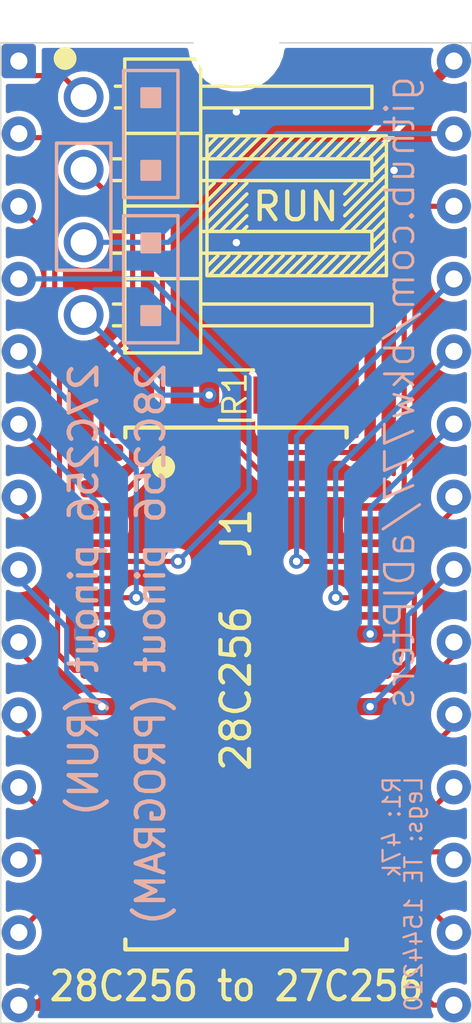
<source format=kicad_pcb>
(kicad_pcb (version 20171130) (host pcbnew 5.1.8-db9833491~88~ubuntu20.10.1)

  (general
    (thickness 1.6)
    (drawings 84)
    (tracks 119)
    (zones 0)
    (modules 5)
    (nets 31)
  )

  (page USLetter)
  (title_block
    (title "28C256 SOIC to 27C256 DIP")
    (date 2020-11-23)
    (rev 002)
    (company "Bran. K. White - b.kenyon.w@gmail.com")
  )

  (layers
    (0 F.Cu signal)
    (31 B.Cu signal)
    (32 B.Adhes user hide)
    (33 F.Adhes user hide)
    (34 B.Paste user hide)
    (35 F.Paste user hide)
    (36 B.SilkS user)
    (37 F.SilkS user)
    (38 B.Mask user hide)
    (39 F.Mask user hide)
    (40 Dwgs.User user hide)
    (41 Cmts.User user hide)
    (42 Eco1.User user hide)
    (43 Eco2.User user hide)
    (44 Edge.Cuts user)
    (45 Margin user hide)
    (46 B.CrtYd user hide)
    (47 F.CrtYd user hide)
    (48 B.Fab user hide)
    (49 F.Fab user hide)
  )

  (setup
    (last_trace_width 0.25)
    (user_trace_width 0.16)
    (user_trace_width 0.18)
    (user_trace_width 0.2)
    (user_trace_width 0.4)
    (user_trace_width 0.6)
    (user_trace_width 0.8)
    (trace_clearance 0.2)
    (zone_clearance 0.1524)
    (zone_45_only no)
    (trace_min 0.16)
    (via_size 0.8)
    (via_drill 0.4)
    (via_min_size 0.52)
    (via_min_drill 0.26)
    (user_via 0.52 0.26)
    (user_via 0.92 0.4)
    (uvia_size 0.3)
    (uvia_drill 0.1)
    (uvias_allowed no)
    (uvia_min_size 0.2)
    (uvia_min_drill 0.1)
    (edge_width 0.05)
    (segment_width 0.2)
    (pcb_text_width 0.3)
    (pcb_text_size 1.5 1.5)
    (mod_edge_width 0.12)
    (mod_text_size 1 1)
    (mod_text_width 0.15)
    (pad_size 2 2)
    (pad_drill 2)
    (pad_to_mask_clearance 0)
    (aux_axis_origin 0 0)
    (grid_origin 136.03 103.81)
    (visible_elements FFFFFF7F)
    (pcbplotparams
      (layerselection 0x010fc_ffffffff)
      (usegerberextensions true)
      (usegerberattributes false)
      (usegerberadvancedattributes false)
      (creategerberjobfile false)
      (excludeedgelayer true)
      (linewidth 0.100000)
      (plotframeref false)
      (viasonmask false)
      (mode 1)
      (useauxorigin false)
      (hpglpennumber 1)
      (hpglpenspeed 20)
      (hpglpendiameter 15.000000)
      (psnegative false)
      (psa4output false)
      (plotreference true)
      (plotvalue true)
      (plotinvisibletext false)
      (padsonsilk false)
      (subtractmaskfromsilk true)
      (outputformat 1)
      (mirror false)
      (drillshape 0)
      (scaleselection 1)
      (outputdirectory "GERBER_28C256_to_27C256"))
  )

  (net 0 "")
  (net 1 /VCC)
  (net 2 /GND)
  (net 3 /A14)
  (net 4 /D2)
  (net 5 /A13)
  (net 6 /D1)
  (net 7 /A8)
  (net 8 /D0)
  (net 9 /A9)
  (net 10 /A0)
  (net 11 /A11)
  (net 12 /A1)
  (net 13 /~OE)
  (net 14 /A2)
  (net 15 /A10)
  (net 16 /A3)
  (net 17 /~CE)
  (net 18 /A4)
  (net 19 /D7)
  (net 20 /A5)
  (net 21 /D6)
  (net 22 /A6)
  (net 23 /D5)
  (net 24 /A7)
  (net 25 /D4)
  (net 26 /A12)
  (net 27 /D3)
  (net 28 /~WE)
  (net 29 /A14_WE)
  (net 30 /NC_A14)

  (net_class Default "This is the default net class."
    (clearance 0.2)
    (trace_width 0.25)
    (via_dia 0.8)
    (via_drill 0.4)
    (uvia_dia 0.3)
    (uvia_drill 0.1)
    (add_net /A0)
    (add_net /A1)
    (add_net /A10)
    (add_net /A11)
    (add_net /A12)
    (add_net /A13)
    (add_net /A14)
    (add_net /A14_WE)
    (add_net /A2)
    (add_net /A3)
    (add_net /A4)
    (add_net /A5)
    (add_net /A6)
    (add_net /A7)
    (add_net /A8)
    (add_net /A9)
    (add_net /D0)
    (add_net /D1)
    (add_net /D2)
    (add_net /D3)
    (add_net /D4)
    (add_net /D5)
    (add_net /D6)
    (add_net /D7)
    (add_net /GND)
    (add_net /NC_A14)
    (add_net /VCC)
    (add_net /~CE)
    (add_net /~OE)
    (add_net /~WE)
  )

  (module 000_LOCAL:NPTH_3mm (layer F.Cu) (tedit 5F9F8D8C) (tstamp 5FCA0316)
    (at 136.03 86.665)
    (fp_text reference REF** (at 0 2.54) (layer F.SilkS) hide
      (effects (font (size 1.27 1.27) (thickness 0.127)))
    )
    (fp_text value NPTH_3mm (at 0 -2.54) (layer F.Fab)
      (effects (font (size 1.27 1.27) (thickness 0.0127)))
    )
    (pad "" np_thru_hole circle (at 0 0) (size 3 3) (drill 3) (layers *.Cu *.Mask))
  )

  (module 000_LOCAL:DIP28_0.6_pcb_sil_pins (layer F.Cu) (tedit 5FC98BE5) (tstamp 5E63CDBB)
    (at 136.03 103.81)
    (descr "28-lead though-hole mounted DIP package, row spacing 15.24 mm (600 mils)")
    (tags "THT DIP DIL PDIP 2.54mm 15.24mm 600mil")
    (path /5E5C209E)
    (fp_text reference J1 (at 0 0 -90) (layer F.SilkS)
      (effects (font (size 1 1) (thickness 0.15)))
    )
    (fp_text value "27C256 DIP LEGS" (at -1.5 0 -90) (layer F.Fab)
      (effects (font (size 1 1) (thickness 0.15)))
    )
    (fp_text user %R (at 0 0 -90) (layer F.Fab)
      (effects (font (size 1 1) (thickness 0.15)))
    )
    (fp_line (start -8.22 -17.11) (end -8.22 17.11) (layer F.CrtYd) (width 0.01))
    (fp_line (start -8.22 17.11) (end 8.22 17.11) (layer F.CrtYd) (width 0.01))
    (fp_line (start 8.22 17.11) (end 8.22 -17.11) (layer F.CrtYd) (width 0.01))
    (fp_line (start 8.22 -17.11) (end -8.22 -17.11) (layer F.CrtYd) (width 0.01))
    (pad 1 thru_hole roundrect (at -7.62 -16.51) (size 1.2 1.2) (drill 0.6) (layers *.Cu *.Mask) (roundrect_rratio 0.1)
      (net 30 /NC_A14))
    (pad 15 thru_hole circle (at 7.62 16.51) (size 1.2 1.2) (drill 0.6) (layers *.Cu *.Mask)
      (net 27 /D3))
    (pad 2 thru_hole circle (at -7.62 -13.97) (size 1.2 1.2) (drill 0.6) (layers *.Cu *.Mask)
      (net 26 /A12))
    (pad 16 thru_hole circle (at 7.62 13.97) (size 1.2 1.2) (drill 0.6) (layers *.Cu *.Mask)
      (net 25 /D4))
    (pad 3 thru_hole circle (at -7.62 -11.43) (size 1.2 1.2) (drill 0.6) (layers *.Cu *.Mask)
      (net 24 /A7))
    (pad 17 thru_hole circle (at 7.62 11.43) (size 1.2 1.2) (drill 0.6) (layers *.Cu *.Mask)
      (net 23 /D5))
    (pad 4 thru_hole circle (at -7.62 -8.89) (size 1.2 1.2) (drill 0.6) (layers *.Cu *.Mask)
      (net 22 /A6))
    (pad 18 thru_hole circle (at 7.62 8.89) (size 1.2 1.2) (drill 0.6) (layers *.Cu *.Mask)
      (net 21 /D6))
    (pad 5 thru_hole circle (at -7.62 -6.35) (size 1.2 1.2) (drill 0.6) (layers *.Cu *.Mask)
      (net 20 /A5))
    (pad 19 thru_hole circle (at 7.62 6.35) (size 1.2 1.2) (drill 0.6) (layers *.Cu *.Mask)
      (net 19 /D7))
    (pad 6 thru_hole circle (at -7.62 -3.81) (size 1.2 1.2) (drill 0.6) (layers *.Cu *.Mask)
      (net 18 /A4))
    (pad 20 thru_hole circle (at 7.62 3.81) (size 1.2 1.2) (drill 0.6) (layers *.Cu *.Mask)
      (net 17 /~CE))
    (pad 7 thru_hole circle (at -7.62 -1.27) (size 1.2 1.2) (drill 0.6) (layers *.Cu *.Mask)
      (net 16 /A3))
    (pad 21 thru_hole circle (at 7.62 1.27) (size 1.2 1.2) (drill 0.6) (layers *.Cu *.Mask)
      (net 15 /A10))
    (pad 8 thru_hole circle (at -7.62 1.27) (size 1.2 1.2) (drill 0.6) (layers *.Cu *.Mask)
      (net 14 /A2))
    (pad 22 thru_hole circle (at 7.62 -1.27) (size 1.2 1.2) (drill 0.6) (layers *.Cu *.Mask)
      (net 13 /~OE))
    (pad 9 thru_hole circle (at -7.62 3.81) (size 1.2 1.2) (drill 0.6) (layers *.Cu *.Mask)
      (net 12 /A1))
    (pad 23 thru_hole circle (at 7.62 -3.81) (size 1.2 1.2) (drill 0.6) (layers *.Cu *.Mask)
      (net 11 /A11))
    (pad 10 thru_hole circle (at -7.62 6.35) (size 1.2 1.2) (drill 0.6) (layers *.Cu *.Mask)
      (net 10 /A0))
    (pad 24 thru_hole circle (at 7.62 -6.35) (size 1.2 1.2) (drill 0.6) (layers *.Cu *.Mask)
      (net 9 /A9))
    (pad 11 thru_hole circle (at -7.62 8.89) (size 1.2 1.2) (drill 0.6) (layers *.Cu *.Mask)
      (net 8 /D0))
    (pad 25 thru_hole circle (at 7.62 -8.89) (size 1.2 1.2) (drill 0.6) (layers *.Cu *.Mask)
      (net 7 /A8))
    (pad 12 thru_hole circle (at -7.62 11.43) (size 1.2 1.2) (drill 0.6) (layers *.Cu *.Mask)
      (net 6 /D1))
    (pad 26 thru_hole circle (at 7.62 -11.43) (size 1.2 1.2) (drill 0.6) (layers *.Cu *.Mask)
      (net 5 /A13))
    (pad 13 thru_hole circle (at -7.62 13.97) (size 1.2 1.2) (drill 0.6) (layers *.Cu *.Mask)
      (net 4 /D2))
    (pad 27 thru_hole circle (at 7.62 -13.97) (size 1.2 1.2) (drill 0.6) (layers *.Cu *.Mask)
      (net 29 /A14_WE))
    (pad 14 thru_hole circle (at -7.62 16.51) (size 1.2 1.2) (drill 0.6) (layers *.Cu *.Mask)
      (net 2 /GND))
    (pad 28 thru_hole circle (at 7.62 -16.51) (size 1.2 1.2) (drill 0.6) (layers *.Cu *.Mask)
      (net 1 /VCC))
    (model ${KIPRJMOD}/000_LOCAL.pretty/packages3d/DIL_LEG.step
      (offset (xyz -7.62 16.51 0.18))
      (scale (xyz 1 1 1))
      (rotate (xyz 0 0 0))
    )
    (model ${KIPRJMOD}/000_LOCAL.pretty/packages3d/DIL_LEG.step
      (offset (xyz -7.62 13.97 0.18))
      (scale (xyz 1 1 1))
      (rotate (xyz 0 0 0))
    )
    (model ${KIPRJMOD}/000_LOCAL.pretty/packages3d/DIL_LEG.step
      (offset (xyz -7.62 11.43 0.18))
      (scale (xyz 1 1 1))
      (rotate (xyz 0 0 0))
    )
    (model ${KIPRJMOD}/000_LOCAL.pretty/packages3d/DIL_LEG.step
      (offset (xyz -7.62 8.890000000000001 0.18))
      (scale (xyz 1 1 1))
      (rotate (xyz 0 0 0))
    )
    (model ${KIPRJMOD}/000_LOCAL.pretty/packages3d/DIL_LEG.step
      (offset (xyz -7.62 6.35 0.18))
      (scale (xyz 1 1 1))
      (rotate (xyz 0 0 0))
    )
    (model ${KIPRJMOD}/000_LOCAL.pretty/packages3d/DIL_LEG.step
      (offset (xyz -7.62 3.81 0.18))
      (scale (xyz 1 1 1))
      (rotate (xyz 0 0 0))
    )
    (model ${KIPRJMOD}/000_LOCAL.pretty/packages3d/DIL_LEG.step
      (offset (xyz -7.62 1.27 0.18))
      (scale (xyz 1 1 1))
      (rotate (xyz 0 0 0))
    )
    (model ${KIPRJMOD}/000_LOCAL.pretty/packages3d/DIL_LEG.step
      (offset (xyz -7.62 -1.27 0.18))
      (scale (xyz 1 1 1))
      (rotate (xyz 0 0 0))
    )
    (model ${KIPRJMOD}/000_LOCAL.pretty/packages3d/DIL_LEG.step
      (offset (xyz -7.62 -3.81 0.18))
      (scale (xyz 1 1 1))
      (rotate (xyz 0 0 0))
    )
    (model ${KIPRJMOD}/000_LOCAL.pretty/packages3d/DIL_LEG.step
      (offset (xyz -7.62 -6.35 0.18))
      (scale (xyz 1 1 1))
      (rotate (xyz 0 0 0))
    )
    (model ${KIPRJMOD}/000_LOCAL.pretty/packages3d/DIL_LEG.step
      (offset (xyz -7.62 -8.890000000000001 0.18))
      (scale (xyz 1 1 1))
      (rotate (xyz 0 0 0))
    )
    (model ${KIPRJMOD}/000_LOCAL.pretty/packages3d/DIL_LEG.step
      (offset (xyz -7.62 -11.43 0.18))
      (scale (xyz 1 1 1))
      (rotate (xyz 0 0 0))
    )
    (model ${KIPRJMOD}/000_LOCAL.pretty/packages3d/DIL_LEG.step
      (offset (xyz -7.62 -13.97 0.18))
      (scale (xyz 1 1 1))
      (rotate (xyz 0 0 0))
    )
    (model ${KIPRJMOD}/000_LOCAL.pretty/packages3d/DIL_LEG.step
      (offset (xyz -7.62 -16.51 0.18))
      (scale (xyz 1 1 1))
      (rotate (xyz 0 0 0))
    )
    (model ${KIPRJMOD}/000_LOCAL.pretty/packages3d/DIL_LEG.step
      (offset (xyz 7.62 -16.51 0.18))
      (scale (xyz 1 1 1))
      (rotate (xyz 0 0 0))
    )
    (model ${KIPRJMOD}/000_LOCAL.pretty/packages3d/DIL_LEG.step
      (offset (xyz 7.62 -13.97 0.18))
      (scale (xyz 1 1 1))
      (rotate (xyz 0 0 0))
    )
    (model ${KIPRJMOD}/000_LOCAL.pretty/packages3d/DIL_LEG.step
      (offset (xyz 7.62 -11.43 0.18))
      (scale (xyz 1 1 1))
      (rotate (xyz 0 0 0))
    )
    (model ${KIPRJMOD}/000_LOCAL.pretty/packages3d/DIL_LEG.step
      (offset (xyz 7.62 -8.890000000000001 0.18))
      (scale (xyz 1 1 1))
      (rotate (xyz 0 0 0))
    )
    (model ${KIPRJMOD}/000_LOCAL.pretty/packages3d/DIL_LEG.step
      (offset (xyz 7.62 -6.35 0.18))
      (scale (xyz 1 1 1))
      (rotate (xyz 0 0 0))
    )
    (model ${KIPRJMOD}/000_LOCAL.pretty/packages3d/DIL_LEG.step
      (offset (xyz 7.62 -3.81 0.18))
      (scale (xyz 1 1 1))
      (rotate (xyz 0 0 0))
    )
    (model ${KIPRJMOD}/000_LOCAL.pretty/packages3d/DIL_LEG.step
      (offset (xyz 7.62 -1.27 0.18))
      (scale (xyz 1 1 1))
      (rotate (xyz 0 0 0))
    )
    (model ${KIPRJMOD}/000_LOCAL.pretty/packages3d/DIL_LEG.step
      (offset (xyz 7.62 1.27 0.18))
      (scale (xyz 1 1 1))
      (rotate (xyz 0 0 0))
    )
    (model ${KIPRJMOD}/000_LOCAL.pretty/packages3d/DIL_LEG.step
      (offset (xyz 7.62 3.81 0.18))
      (scale (xyz 1 1 1))
      (rotate (xyz 0 0 0))
    )
    (model ${KIPRJMOD}/000_LOCAL.pretty/packages3d/DIL_LEG.step
      (offset (xyz 7.62 6.35 0.18))
      (scale (xyz 1 1 1))
      (rotate (xyz 0 0 0))
    )
    (model ${KIPRJMOD}/000_LOCAL.pretty/packages3d/DIL_LEG.step
      (offset (xyz 7.62 8.890000000000001 0.18))
      (scale (xyz 1 1 1))
      (rotate (xyz 0 0 0))
    )
    (model ${KIPRJMOD}/000_LOCAL.pretty/packages3d/DIL_LEG.step
      (offset (xyz 7.62 11.43 0.18))
      (scale (xyz 1 1 1))
      (rotate (xyz 0 0 0))
    )
    (model ${KIPRJMOD}/000_LOCAL.pretty/packages3d/DIL_LEG.step
      (offset (xyz 7.62 13.97 0.18))
      (scale (xyz 1 1 1))
      (rotate (xyz 0 0 0))
    )
    (model ${KIPRJMOD}/000_LOCAL.pretty/packages3d/DIL_LEG.step
      (offset (xyz 7.62 16.51 0.18))
      (scale (xyz 1 1 1))
      (rotate (xyz 0 0 0))
    )
  )

  (module 000_LOCAL:Pin_Header_Angled_1x04_Pitch2.54mm (layer F.Cu) (tedit 5E5EFA6B) (tstamp 5E63481E)
    (at 130.68 88.56)
    (descr "Through hole angled pin header, 1x04, 2.54mm pitch, 6mm pin length, single row")
    (tags "Through hole angled pin header THT 1x04 2.54mm single row")
    (path /5E638C0C)
    (fp_text reference JP1 (at 4.385 -2.27) (layer F.SilkS) hide
      (effects (font (size 1 1) (thickness 0.15)))
    )
    (fp_text value Jumper_3_Bridged12 (at 4.385 9.89) (layer F.Fab)
      (effects (font (size 1 1) (thickness 0.15)))
    )
    (fp_line (start 2.135 -1.27) (end 4.04 -1.27) (layer F.Fab) (width 0.1))
    (fp_line (start 4.04 -1.27) (end 4.04 8.89) (layer F.Fab) (width 0.1))
    (fp_line (start 4.04 8.89) (end 1.5 8.89) (layer F.Fab) (width 0.1))
    (fp_line (start 1.5 8.89) (end 1.5 -0.635) (layer F.Fab) (width 0.1))
    (fp_line (start 1.5 -0.635) (end 2.135 -1.27) (layer F.Fab) (width 0.1))
    (fp_line (start -0.32 -0.32) (end 1.5 -0.32) (layer F.Fab) (width 0.1))
    (fp_line (start -0.32 -0.32) (end -0.32 0.32) (layer F.Fab) (width 0.1))
    (fp_line (start -0.32 0.32) (end 1.5 0.32) (layer F.Fab) (width 0.1))
    (fp_line (start 4.04 -0.32) (end 10.04 -0.32) (layer F.Fab) (width 0.1))
    (fp_line (start 10.04 -0.32) (end 10.04 0.32) (layer F.Fab) (width 0.1))
    (fp_line (start 4.04 0.32) (end 10.04 0.32) (layer F.Fab) (width 0.1))
    (fp_line (start -0.32 2.22) (end 1.5 2.22) (layer F.Fab) (width 0.1))
    (fp_line (start -0.32 2.22) (end -0.32 2.86) (layer F.Fab) (width 0.1))
    (fp_line (start -0.32 2.86) (end 1.5 2.86) (layer F.Fab) (width 0.1))
    (fp_line (start 4.04 2.22) (end 10.04 2.22) (layer F.Fab) (width 0.1))
    (fp_line (start 10.04 2.22) (end 10.04 2.86) (layer F.Fab) (width 0.1))
    (fp_line (start 4.04 2.86) (end 10.04 2.86) (layer F.Fab) (width 0.1))
    (fp_line (start -0.32 4.76) (end 1.5 4.76) (layer F.Fab) (width 0.1))
    (fp_line (start -0.32 4.76) (end -0.32 5.4) (layer F.Fab) (width 0.1))
    (fp_line (start -0.32 5.4) (end 1.5 5.4) (layer F.Fab) (width 0.1))
    (fp_line (start 4.04 4.76) (end 10.04 4.76) (layer F.Fab) (width 0.1))
    (fp_line (start 10.04 4.76) (end 10.04 5.4) (layer F.Fab) (width 0.1))
    (fp_line (start 4.04 5.4) (end 10.04 5.4) (layer F.Fab) (width 0.1))
    (fp_line (start -0.32 7.3) (end 1.5 7.3) (layer F.Fab) (width 0.1))
    (fp_line (start -0.32 7.3) (end -0.32 7.94) (layer F.Fab) (width 0.1))
    (fp_line (start -0.32 7.94) (end 1.5 7.94) (layer F.Fab) (width 0.1))
    (fp_line (start 4.04 7.3) (end 10.04 7.3) (layer F.Fab) (width 0.1))
    (fp_line (start 10.04 7.3) (end 10.04 7.94) (layer F.Fab) (width 0.1))
    (fp_line (start 4.04 7.94) (end 10.04 7.94) (layer F.Fab) (width 0.1))
    (fp_line (start 1.44 -1.33) (end 1.44 8.95) (layer F.SilkS) (width 0.12))
    (fp_line (start 1.44 8.95) (end 4.1 8.95) (layer F.SilkS) (width 0.12))
    (fp_line (start 4.1 8.95) (end 4.1 -1.33) (layer F.SilkS) (width 0.12))
    (fp_line (start 4.1 -1.33) (end 1.44 -1.33) (layer F.SilkS) (width 0.12))
    (fp_line (start 4.1 -0.38) (end 10.1 -0.38) (layer F.SilkS) (width 0.12))
    (fp_line (start 10.1 -0.38) (end 10.1 0.38) (layer F.SilkS) (width 0.12))
    (fp_line (start 10.1 0.38) (end 4.1 0.38) (layer F.SilkS) (width 0.12))
    (fp_line (start 1.11 -0.38) (end 1.44 -0.38) (layer F.SilkS) (width 0.12))
    (fp_line (start 1.11 0.38) (end 1.44 0.38) (layer F.SilkS) (width 0.12))
    (fp_line (start 1.44 1.27) (end 4.1 1.27) (layer F.SilkS) (width 0.12))
    (fp_line (start 4.1 2.16) (end 10.1 2.16) (layer F.SilkS) (width 0.12))
    (fp_line (start 10.1 2.16) (end 10.1 2.92) (layer F.SilkS) (width 0.12))
    (fp_line (start 10.1 2.92) (end 4.1 2.92) (layer F.SilkS) (width 0.12))
    (fp_line (start 1.042929 2.16) (end 1.44 2.16) (layer F.SilkS) (width 0.12))
    (fp_line (start 1.042929 2.92) (end 1.44 2.92) (layer F.SilkS) (width 0.12))
    (fp_line (start 1.44 3.81) (end 4.1 3.81) (layer F.SilkS) (width 0.12))
    (fp_line (start 4.1 4.7) (end 10.1 4.7) (layer F.SilkS) (width 0.12))
    (fp_line (start 10.1 4.7) (end 10.1 5.46) (layer F.SilkS) (width 0.12))
    (fp_line (start 10.1 5.46) (end 4.1 5.46) (layer F.SilkS) (width 0.12))
    (fp_line (start 1.042929 4.7) (end 1.44 4.7) (layer F.SilkS) (width 0.12))
    (fp_line (start 1.042929 5.46) (end 1.44 5.46) (layer F.SilkS) (width 0.12))
    (fp_line (start 1.44 6.35) (end 4.1 6.35) (layer F.SilkS) (width 0.12))
    (fp_line (start 4.1 7.24) (end 10.1 7.24) (layer F.SilkS) (width 0.12))
    (fp_line (start 10.1 7.24) (end 10.1 8) (layer F.SilkS) (width 0.12))
    (fp_line (start 10.1 8) (end 4.1 8) (layer F.SilkS) (width 0.12))
    (fp_line (start 1.042929 7.24) (end 1.44 7.24) (layer F.SilkS) (width 0.12))
    (fp_line (start 1.042929 8) (end 1.44 8) (layer F.SilkS) (width 0.12))
    (fp_line (start -1.8 -1.8) (end -1.8 9.4) (layer F.CrtYd) (width 0.05))
    (fp_line (start -1.8 9.4) (end 10.55 9.4) (layer F.CrtYd) (width 0.05))
    (fp_line (start 10.55 9.4) (end 10.55 -1.8) (layer F.CrtYd) (width 0.05))
    (fp_line (start 10.55 -1.8) (end -1.8 -1.8) (layer F.CrtYd) (width 0.05))
    (fp_text user %R (at 2.77 3.81 90) (layer F.Fab)
      (effects (font (size 1 1) (thickness 0.15)))
    )
    (pad 1 thru_hole circle (at 0 0) (size 1.397 1.397) (drill 0.9144) (layers *.Cu *.Mask)
      (net 30 /NC_A14))
    (pad 2 thru_hole circle (at 0 2.54) (size 1.397 1.397) (drill 0.9144) (layers *.Cu *.Mask)
      (net 3 /A14))
    (pad 3 thru_hole circle (at 0 5.08) (size 1.397 1.397) (drill 0.9144) (layers *.Cu *.Mask)
      (net 29 /A14_WE))
    (pad 4 thru_hole circle (at 0 7.62) (size 1.397 1.397) (drill 0.9144) (layers *.Cu *.Mask)
      (net 28 /~WE))
    (model ${KIPRJMOD}/000_LOCAL.pretty/packages3d/PinHeader_1x04_P2.54mm_Horizontal.step
      (at (xyz 0 0 0))
      (scale (xyz 1 1 1))
      (rotate (xyz 0 0 0))
    )
  )

  (module 000_LOCAL:SOIC28W (layer F.Cu) (tedit 5E621887) (tstamp 5E5B124C)
    (at 136.017 109.2454)
    (descr "28-Lead Plastic Small Outline (SO) - Wide, 7.50 mm Body [SOIC] (see Microchip Packaging Specification 00000049BS.pdf)")
    (tags "SOIC 1.27")
    (path /5E5B130A)
    (attr smd)
    (fp_text reference U1 (at 0 -10.05) (layer F.SilkS) hide
      (effects (font (size 1 1) (thickness 0.15)))
    )
    (fp_text value 28C256 (at 0 0 -90) (layer F.SilkS)
      (effects (font (size 1 1) (thickness 0.15)))
    )
    (fp_line (start -3.875 9.125) (end 3.875 9.125) (layer F.SilkS) (width 0.15))
    (fp_line (start -3.875 -9.125) (end 3.875 -9.125) (layer F.SilkS) (width 0.15))
    (fp_line (start -3.875 9.125) (end -3.875 8.78) (layer F.SilkS) (width 0.15))
    (fp_line (start 3.875 9.125) (end 3.875 8.78) (layer F.SilkS) (width 0.15))
    (fp_line (start 3.875 -9.125) (end 3.875 -8.78) (layer F.SilkS) (width 0.15))
    (fp_line (start -3.875 -9.125) (end -3.875 -8.78) (layer F.SilkS) (width 0.15))
    (fp_line (start -5.95 9.3) (end 5.95 9.3) (layer F.CrtYd) (width 0.05))
    (fp_line (start -5.95 -9.3) (end 5.95 -9.3) (layer F.CrtYd) (width 0.05))
    (fp_line (start 5.95 -9.3) (end 5.95 9.3) (layer F.CrtYd) (width 0.05))
    (fp_line (start -5.95 -9.3) (end -5.95 9.3) (layer F.CrtYd) (width 0.05))
    (fp_line (start -3.75 -7.95) (end -2.75 -8.95) (layer F.Fab) (width 0.15))
    (fp_line (start -3.75 8.95) (end -3.75 -7.95) (layer F.Fab) (width 0.15))
    (fp_line (start 3.75 8.95) (end -3.75 8.95) (layer F.Fab) (width 0.15))
    (fp_line (start 3.75 -8.95) (end 3.75 8.95) (layer F.Fab) (width 0.15))
    (fp_line (start -2.75 -8.95) (end 3.75 -8.95) (layer F.Fab) (width 0.15))
    (fp_circle (center -2.54 -7.747) (end -2.3368 -7.747) (layer F.SilkS) (width 0.4064))
    (fp_text user %R (at -0.01 1.61) (layer F.Fab)
      (effects (font (size 1 1) (thickness 0.15)))
    )
    (pad 28 smd roundrect (at 4.7 -8.255) (size 1.5 0.6) (layers F.Cu F.Paste F.Mask) (roundrect_rratio 0.25)
      (net 1 /VCC))
    (pad 27 smd roundrect (at 4.7 -6.985) (size 1.5 0.6) (layers F.Cu F.Paste F.Mask) (roundrect_rratio 0.25)
      (net 28 /~WE))
    (pad 26 smd roundrect (at 4.7 -5.715) (size 1.5 0.6) (layers F.Cu F.Paste F.Mask) (roundrect_rratio 0.25)
      (net 5 /A13))
    (pad 25 smd roundrect (at 4.7 -4.445) (size 1.5 0.6) (layers F.Cu F.Paste F.Mask) (roundrect_rratio 0.25)
      (net 7 /A8))
    (pad 24 smd roundrect (at 4.7 -3.175) (size 1.5 0.6) (layers F.Cu F.Paste F.Mask) (roundrect_rratio 0.25)
      (net 9 /A9))
    (pad 23 smd roundrect (at 4.7 -1.905) (size 1.5 0.6) (layers F.Cu F.Paste F.Mask) (roundrect_rratio 0.25)
      (net 11 /A11))
    (pad 22 smd roundrect (at 4.7 -0.635) (size 1.5 0.6) (layers F.Cu F.Paste F.Mask) (roundrect_rratio 0.25)
      (net 13 /~OE))
    (pad 21 smd roundrect (at 4.7 0.635) (size 1.5 0.6) (layers F.Cu F.Paste F.Mask) (roundrect_rratio 0.25)
      (net 15 /A10))
    (pad 20 smd roundrect (at 4.7 1.905) (size 1.5 0.6) (layers F.Cu F.Paste F.Mask) (roundrect_rratio 0.25)
      (net 17 /~CE))
    (pad 19 smd roundrect (at 4.7 3.175) (size 1.5 0.6) (layers F.Cu F.Paste F.Mask) (roundrect_rratio 0.25)
      (net 19 /D7))
    (pad 18 smd roundrect (at 4.7 4.445) (size 1.5 0.6) (layers F.Cu F.Paste F.Mask) (roundrect_rratio 0.25)
      (net 21 /D6))
    (pad 17 smd roundrect (at 4.7 5.715) (size 1.5 0.6) (layers F.Cu F.Paste F.Mask) (roundrect_rratio 0.25)
      (net 23 /D5))
    (pad 16 smd roundrect (at 4.7 6.985) (size 1.5 0.6) (layers F.Cu F.Paste F.Mask) (roundrect_rratio 0.25)
      (net 25 /D4))
    (pad 15 smd roundrect (at 4.7 8.255) (size 1.5 0.6) (layers F.Cu F.Paste F.Mask) (roundrect_rratio 0.25)
      (net 27 /D3))
    (pad 14 smd roundrect (at -4.7 8.255) (size 1.5 0.6) (layers F.Cu F.Paste F.Mask) (roundrect_rratio 0.25)
      (net 2 /GND))
    (pad 13 smd roundrect (at -4.7 6.985) (size 1.5 0.6) (layers F.Cu F.Paste F.Mask) (roundrect_rratio 0.25)
      (net 4 /D2))
    (pad 12 smd roundrect (at -4.7 5.715) (size 1.5 0.6) (layers F.Cu F.Paste F.Mask) (roundrect_rratio 0.25)
      (net 6 /D1))
    (pad 11 smd roundrect (at -4.7 4.445) (size 1.5 0.6) (layers F.Cu F.Paste F.Mask) (roundrect_rratio 0.25)
      (net 8 /D0))
    (pad 10 smd roundrect (at -4.7 3.175) (size 1.5 0.6) (layers F.Cu F.Paste F.Mask) (roundrect_rratio 0.25)
      (net 10 /A0))
    (pad 9 smd roundrect (at -4.7 1.905) (size 1.5 0.6) (layers F.Cu F.Paste F.Mask) (roundrect_rratio 0.25)
      (net 12 /A1))
    (pad 8 smd roundrect (at -4.7 0.635) (size 1.5 0.6) (layers F.Cu F.Paste F.Mask) (roundrect_rratio 0.25)
      (net 14 /A2))
    (pad 7 smd roundrect (at -4.7 -0.635) (size 1.5 0.6) (layers F.Cu F.Paste F.Mask) (roundrect_rratio 0.25)
      (net 16 /A3))
    (pad 6 smd roundrect (at -4.7 -1.905) (size 1.5 0.6) (layers F.Cu F.Paste F.Mask) (roundrect_rratio 0.25)
      (net 18 /A4))
    (pad 5 smd roundrect (at -4.7 -3.175) (size 1.5 0.6) (layers F.Cu F.Paste F.Mask) (roundrect_rratio 0.25)
      (net 20 /A5))
    (pad 4 smd roundrect (at -4.7 -4.445) (size 1.5 0.6) (layers F.Cu F.Paste F.Mask) (roundrect_rratio 0.25)
      (net 22 /A6))
    (pad 3 smd roundrect (at -4.7 -5.715) (size 1.5 0.6) (layers F.Cu F.Paste F.Mask) (roundrect_rratio 0.25)
      (net 24 /A7))
    (pad 2 smd roundrect (at -4.7 -6.985) (size 1.5 0.6) (layers F.Cu F.Paste F.Mask) (roundrect_rratio 0.25)
      (net 26 /A12))
    (pad 1 smd roundrect (at -4.7 -8.255) (size 1.5 0.6) (layers F.Cu F.Paste F.Mask) (roundrect_rratio 0.25)
      (net 3 /A14))
    (model ${KIPRJMOD}/000_LOCAL.pretty/packages3d/SOIC28W.step
      (at (xyz 0 0 0))
      (scale (xyz 1 1 1))
      (rotate (xyz 0 0 0))
    )
  )

  (module 000_LOCAL:R_0805 (layer F.Cu) (tedit 5E24F165) (tstamp 5E5B0C38)
    (at 136.03 98.984)
    (descr "Resistor SMD 0805, reflow soldering, Vishay (see dcrcw.pdf)")
    (tags "resistor 0805")
    (path /5E5D421C)
    (attr smd)
    (fp_text reference R1 (at -0.05 -0.02 -90) (layer F.SilkS)
      (effects (font (size 0.8 0.8) (thickness 0.1)))
    )
    (fp_text value 47k (at 0 1.75) (layer F.Fab)
      (effects (font (size 1 1) (thickness 0.15)))
    )
    (fp_line (start 1.55 0.9) (end -1.55 0.9) (layer F.CrtYd) (width 0.05))
    (fp_line (start 1.55 0.9) (end 1.55 -0.9) (layer F.CrtYd) (width 0.05))
    (fp_line (start -1.55 -0.9) (end -1.55 0.9) (layer F.CrtYd) (width 0.05))
    (fp_line (start -1.55 -0.9) (end 1.55 -0.9) (layer F.CrtYd) (width 0.05))
    (fp_line (start -0.6 -0.88) (end 0.6 -0.88) (layer F.SilkS) (width 0.12))
    (fp_line (start 0.6 0.88) (end -0.6 0.88) (layer F.SilkS) (width 0.12))
    (fp_line (start -1 -0.62) (end 1 -0.62) (layer F.Fab) (width 0.1))
    (fp_line (start 1 -0.62) (end 1 0.62) (layer F.Fab) (width 0.1))
    (fp_line (start 1 0.62) (end -1 0.62) (layer F.Fab) (width 0.1))
    (fp_line (start -1 0.62) (end -1 -0.62) (layer F.Fab) (width 0.1))
    (fp_text user %R (at 0 0) (layer F.Fab)
      (effects (font (size 0.5 0.5) (thickness 0.075)))
    )
    (pad 2 smd rect (at 0.95 0) (size 0.7 1.3) (layers F.Cu F.Paste F.Mask)
      (net 1 /VCC))
    (pad 1 smd rect (at -0.95 0) (size 0.7 1.3) (layers F.Cu F.Paste F.Mask)
      (net 28 /~WE))
    (model ${KIPRJMOD}/000_LOCAL.pretty/packages3d/R_0805_2012Metric.step
      (at (xyz 0 0 0))
      (scale (xyz 1 1 1))
      (rotate (xyz 0 0 0))
    )
  )

  (gr_text github.com/bkw777/aDIPters (at 141.7574 98.9076 -270) (layer B.SilkS)
    (effects (font (size 1 1) (thickness 0.1)) (justify mirror))
  )
  (gr_line (start 135.001 91.821) (end 135.255 91.567) (layer F.SilkS) (width 0.12))
  (gr_line (start 135.001 92.202) (end 135.636 91.567) (layer F.SilkS) (width 0.12))
  (gr_line (start 135.001 92.583) (end 136.017 91.567) (layer F.SilkS) (width 0.12))
  (gr_line (start 135.001 92.964) (end 136.398 91.567) (layer F.SilkS) (width 0.12))
  (gr_line (start 135.128 93.218) (end 136.398 91.948) (layer F.SilkS) (width 0.12))
  (gr_line (start 135.509 93.218) (end 136.398 92.329) (layer F.SilkS) (width 0.12))
  (gr_line (start 135.89 93.218) (end 136.398 92.71) (layer F.SilkS) (width 0.12))
  (gr_line (start 136.271 93.218) (end 136.398 93.091) (layer F.SilkS) (width 0.12))
  (gr_line (start 135.001 94.488) (end 135.382 94.107) (layer F.SilkS) (width 0.12))
  (gr_line (start 135.128 94.742) (end 135.763 94.107) (layer F.SilkS) (width 0.12))
  (gr_line (start 135.509 94.742) (end 136.144 94.107) (layer F.SilkS) (width 0.12))
  (gr_line (start 135.89 94.742) (end 136.525 94.107) (layer F.SilkS) (width 0.12))
  (gr_line (start 136.271 94.742) (end 136.906 94.107) (layer F.SilkS) (width 0.12))
  (gr_line (start 136.652 94.742) (end 137.287 94.107) (layer F.SilkS) (width 0.12))
  (gr_line (start 137.033 94.742) (end 137.668 94.107) (layer F.SilkS) (width 0.12))
  (gr_line (start 137.414 94.742) (end 138.049 94.107) (layer F.SilkS) (width 0.12))
  (gr_line (start 137.795 94.742) (end 138.43 94.107) (layer F.SilkS) (width 0.12))
  (gr_line (start 138.176 94.742) (end 138.811 94.107) (layer F.SilkS) (width 0.12))
  (gr_line (start 138.557 94.742) (end 139.192 94.107) (layer F.SilkS) (width 0.12))
  (gr_line (start 138.938 94.742) (end 139.573 94.107) (layer F.SilkS) (width 0.12))
  (gr_line (start 139.319 94.742) (end 139.954 94.107) (layer F.SilkS) (width 0.12))
  (gr_line (start 139.7 94.742) (end 140.335 94.107) (layer F.SilkS) (width 0.12))
  (gr_line (start 141.224 94.361) (end 140.843 94.742) (layer F.SilkS) (width 0.12))
  (gr_line (start 141.224 93.98) (end 140.462 94.742) (layer F.SilkS) (width 0.12))
  (gr_line (start 141.224 93.599) (end 140.081 94.742) (layer F.SilkS) (width 0.12))
  (gr_line (start 141.224 93.218) (end 140.843 93.599) (layer F.SilkS) (width 0.12))
  (gr_line (start 141.224 92.837) (end 140.843 93.218) (layer F.SilkS) (width 0.12))
  (gr_line (start 141.224 92.456) (end 140.462 93.218) (layer F.SilkS) (width 0.12))
  (gr_line (start 141.224 91.694) (end 139.7 93.218) (layer F.SilkS) (width 0.12))
  (gr_line (start 140.081 93.218) (end 141.224 92.075) (layer F.SilkS) (width 0.12))
  (gr_line (start 139.827 91.948) (end 140.208 91.567) (layer F.SilkS) (width 0.12))
  (gr_line (start 139.827 92.329) (end 140.589 91.567) (layer F.SilkS) (width 0.12))
  (gr_line (start 141.224 91.313) (end 139.827 92.71) (layer F.SilkS) (width 0.12))
  (gr_line (start 141.224 90.932) (end 140.843 91.313) (layer F.SilkS) (width 0.12))
  (gr_line (start 141.224 90.551) (end 140.843 90.932) (layer F.SilkS) (width 0.12))
  (gr_line (start 141.224 90.17) (end 140.716 90.678) (layer F.SilkS) (width 0.12))
  (gr_line (start 141.097 89.916) (end 140.335 90.678) (layer F.SilkS) (width 0.12))
  (gr_line (start 140.716 89.916) (end 139.954 90.678) (layer F.SilkS) (width 0.12))
  (gr_line (start 140.335 89.916) (end 139.573 90.678) (layer F.SilkS) (width 0.12))
  (gr_line (start 139.954 89.916) (end 139.192 90.678) (layer F.SilkS) (width 0.12))
  (gr_line (start 139.573 89.916) (end 138.811 90.678) (layer F.SilkS) (width 0.12))
  (gr_line (start 139.192 89.916) (end 138.43 90.678) (layer F.SilkS) (width 0.12))
  (gr_line (start 138.811 89.916) (end 138.049 90.678) (layer F.SilkS) (width 0.12))
  (gr_line (start 138.43 89.916) (end 137.668 90.678) (layer F.SilkS) (width 0.12))
  (gr_line (start 138.049 89.916) (end 137.287 90.678) (layer F.SilkS) (width 0.12))
  (gr_line (start 137.668 89.916) (end 136.906 90.678) (layer F.SilkS) (width 0.12))
  (gr_line (start 137.287 89.916) (end 136.525 90.678) (layer F.SilkS) (width 0.12))
  (gr_line (start 136.906 89.916) (end 136.144 90.678) (layer F.SilkS) (width 0.12))
  (gr_line (start 136.525 89.916) (end 135.763 90.678) (layer F.SilkS) (width 0.12))
  (gr_line (start 136.144 89.916) (end 135.382 90.678) (layer F.SilkS) (width 0.12))
  (gr_line (start 135.001 90.678) (end 135.763 89.916) (layer F.SilkS) (width 0.12))
  (gr_line (start 135.001 90.297) (end 135.382 89.916) (layer F.SilkS) (width 0.12))
  (gr_line (start 141.2875 89.916) (end 135.001 89.916) (layer F.SilkS) (width 0.12) (tstamp 5E63D031))
  (gr_line (start 141.2875 94.8055) (end 141.2875 89.916) (layer F.SilkS) (width 0.12))
  (gr_line (start 135.001 94.8055) (end 141.2875 94.8055) (layer F.SilkS) (width 0.12))
  (gr_line (start 135.001 89.916) (end 135.001 94.8055) (layer F.SilkS) (width 0.12))
  (gr_text "28C256 pinout (PROGRAM)" (at 133.0325 97.79 -270) (layer B.SilkS) (tstamp 5E63CE1A)
    (effects (font (size 0.9652 0.9652) (thickness 0.1524)) (justify left mirror))
  )
  (gr_text "27C256 pinout (RUN)" (at 130.683 97.79 -270) (layer B.SilkS)
    (effects (font (size 0.9652 0.9652) (thickness 0.1524)) (justify left mirror))
  )
  (gr_line (start 132.08 87.63) (end 133.985 87.63) (layer B.SilkS) (width 0.12) (tstamp 5E63CE0E))
  (gr_line (start 132.08 92.075) (end 132.08 87.63) (layer B.SilkS) (width 0.12))
  (gr_line (start 133.985 92.075) (end 132.08 92.075) (layer B.SilkS) (width 0.12))
  (gr_line (start 133.985 87.63) (end 133.985 92.075) (layer B.SilkS) (width 0.12))
  (gr_line (start 132.08 92.71) (end 133.985 92.71) (layer B.SilkS) (width 0.12) (tstamp 5E63CE0D))
  (gr_line (start 132.08 97.155) (end 132.08 92.71) (layer B.SilkS) (width 0.12))
  (gr_line (start 133.985 97.155) (end 132.08 97.155) (layer B.SilkS) (width 0.12))
  (gr_line (start 133.985 92.71) (end 133.985 97.155) (layer B.SilkS) (width 0.12))
  (gr_line (start 131.6355 94.615) (end 131.6355 90.17) (layer B.SilkS) (width 0.12) (tstamp 5E63CE0C))
  (gr_line (start 129.7305 94.615) (end 131.6355 94.615) (layer B.SilkS) (width 0.12))
  (gr_line (start 129.7305 90.17) (end 129.7305 94.615) (layer B.SilkS) (width 0.12))
  (gr_line (start 131.6355 90.17) (end 129.7305 90.17) (layer B.SilkS) (width 0.12))
  (gr_poly (pts (xy 133.35 96.52) (xy 132.715 96.52) (xy 132.715 95.885) (xy 133.35 95.885)) (layer B.SilkS) (width 0.1))
  (gr_poly (pts (xy 133.35 93.98) (xy 132.715 93.98) (xy 132.715 93.345) (xy 133.35 93.345)) (layer B.SilkS) (width 0.1))
  (gr_poly (pts (xy 133.35 91.44) (xy 132.715 91.44) (xy 132.715 90.805) (xy 133.35 90.805)) (layer B.SilkS) (width 0.1))
  (gr_poly (pts (xy 133.35 88.9) (xy 132.715 88.9) (xy 132.715 88.265) (xy 133.35 88.265)) (layer B.SilkS) (width 0.1))
  (gr_text RUN (at 138.1125 92.3925) (layer F.SilkS)
    (effects (font (size 0.9652 0.9652) (thickness 0.1524)))
  )
  (gr_text "28C256 to 27C256" (at 136.0297 119.6594) (layer F.SilkS) (tstamp 5E438E65)
    (effects (font (size 1 0.9) (thickness 0.15)))
  )
  (gr_line (start 127.775 120.955) (end 127.775 86.665) (layer Edge.Cuts) (width 0.05) (tstamp 5E36F1C6))
  (gr_line (start 144.285 86.665) (end 144.285 120.955) (layer Edge.Cuts) (width 0.05) (tstamp 5E36F1C5))
  (gr_line (start 127.775 86.665) (end 144.285 86.665) (layer Edge.Cuts) (width 0.05))
  (gr_line (start 127.775 120.955) (end 144.285 120.955) (layer Edge.Cuts) (width 0.05))
  (gr_text "R1: 47k" (at 141.478 112.268 90) (layer B.SilkS) (tstamp 5E369BB7)
    (effects (font (size 0.6 0.6) (thickness 0.08)) (justify left mirror))
  )
  (gr_circle (center 130.03 87.21) (end 130.23 87.21) (layer F.SilkS) (width 0.4))
  (gr_text "Legs: TE 1544210" (at 142.24 112.268 90) (layer B.SilkS) (tstamp 5E253AF7)
    (effects (font (size 0.6 0.6) (thickness 0.08)) (justify left mirror))
  )

  (segment (start 140.717 90.233) (end 143.65 87.3) (width 0.4) (layer F.Cu) (net 1))
  (segment (start 140.717 100.9904) (end 140.717 90.233) (width 0.4) (layer F.Cu) (net 1))
  (segment (start 140.717 100.9904) (end 137.7442 100.9904) (width 0.18) (layer F.Cu) (net 1))
  (segment (start 136.98 100.2262) (end 136.98 98.984) (width 0.18) (layer F.Cu) (net 1))
  (segment (start 137.7442 100.9904) (end 136.98 100.2262) (width 0.18) (layer F.Cu) (net 1))
  (segment (start 131.317 118.1364) (end 131.317 117.5004) (width 0.4) (layer F.Cu) (net 2))
  (segment (start 128.41 120.32) (end 129.1334 120.32) (width 0.4) (layer F.Cu) (net 2))
  (segment (start 129.1334 120.32) (end 131.317 118.1364) (width 0.4) (layer F.Cu) (net 2))
  (via (at 136.03 93.65) (size 0.52) (drill 0.26) (layers F.Cu B.Cu) (net 2))
  (via (at 136.03 89.078) (size 0.52) (drill 0.26) (layers F.Cu B.Cu) (net 2))
  (via (at 141.5542 91.1225) (size 0.52) (drill 0.26) (layers F.Cu B.Cu) (net 2))
  (segment (start 132.3975 92.8175) (end 130.68 91.1) (width 0.18) (layer F.Cu) (net 3))
  (segment (start 131.317 100.9904) (end 131.317 97.8926) (width 0.18) (layer F.Cu) (net 3))
  (segment (start 132.3975 96.8121) (end 132.3975 92.8175) (width 0.18) (layer F.Cu) (net 3))
  (segment (start 131.317 97.8926) (end 132.3975 96.8121) (width 0.18) (layer F.Cu) (net 3))
  (segment (start 129.83 116.36) (end 128.41 117.78) (width 0.18) (layer F.Cu) (net 4))
  (segment (start 131.317 116.2304) (end 131.1874 116.36) (width 0.18) (layer F.Cu) (net 4))
  (segment (start 131.1874 116.36) (end 129.83 116.36) (width 0.18) (layer F.Cu) (net 4))
  (segment (start 141.9098 93.1291) (end 142.6589 92.38) (width 0.18) (layer F.Cu) (net 5))
  (segment (start 140.717 103.5304) (end 141.6685 103.5304) (width 0.18) (layer F.Cu) (net 5))
  (segment (start 142.6589 92.38) (end 143.65 92.38) (width 0.18) (layer F.Cu) (net 5))
  (segment (start 141.9098 103.2891) (end 141.9098 93.1291) (width 0.18) (layer F.Cu) (net 5))
  (segment (start 141.6685 103.5304) (end 141.9098 103.2891) (width 0.18) (layer F.Cu) (net 5))
  (segment (start 128.6896 114.9604) (end 128.41 115.24) (width 0.18) (layer F.Cu) (net 6))
  (segment (start 131.317 114.9604) (end 128.6896 114.9604) (width 0.18) (layer F.Cu) (net 6))
  (via (at 138.1379 104.8004) (size 0.52) (drill 0.26) (layers F.Cu B.Cu) (net 7))
  (segment (start 138.1379 104.8004) (end 140.717 104.8004) (width 0.18) (layer F.Cu) (net 7))
  (segment (start 138.1379 100.4321) (end 143.65 94.92) (width 0.18) (layer B.Cu) (net 7))
  (segment (start 138.1379 104.8004) (end 138.1379 100.4321) (width 0.18) (layer B.Cu) (net 7))
  (segment (start 129.4004 113.6904) (end 131.317 113.6904) (width 0.18) (layer F.Cu) (net 8))
  (segment (start 128.41 112.7) (end 129.4004 113.6904) (width 0.18) (layer F.Cu) (net 8))
  (via (at 139.5095 106.0704) (size 0.52) (drill 0.26) (layers F.Cu B.Cu) (net 9))
  (segment (start 139.5095 106.0704) (end 140.717 106.0704) (width 0.18) (layer F.Cu) (net 9))
  (segment (start 139.5095 101.6005) (end 143.65 97.46) (width 0.18) (layer B.Cu) (net 9))
  (segment (start 139.5095 106.0704) (end 139.5095 101.6005) (width 0.18) (layer B.Cu) (net 9))
  (segment (start 128.41 110.5284) (end 128.41 110.16) (width 0.18) (layer F.Cu) (net 10))
  (segment (start 131.317 112.4204) (end 130.302 112.4204) (width 0.18) (layer F.Cu) (net 10))
  (segment (start 130.302 112.4204) (end 128.41 110.5284) (width 0.18) (layer F.Cu) (net 10))
  (via (at 140.717 107.3404) (size 0.52) (drill 0.26) (layers F.Cu B.Cu) (net 11))
  (segment (start 140.717 102.933) (end 143.65 100) (width 0.18) (layer B.Cu) (net 11))
  (segment (start 140.717 107.3404) (end 140.717 102.933) (width 0.18) (layer B.Cu) (net 11))
  (segment (start 129.7432 109.2454) (end 128.41 107.9122) (width 0.18) (layer F.Cu) (net 12))
  (segment (start 128.41 107.9122) (end 128.41 107.62) (width 0.18) (layer F.Cu) (net 12))
  (segment (start 131.317 111.1504) (end 130.429 111.1504) (width 0.18) (layer F.Cu) (net 12))
  (segment (start 129.7432 110.4646) (end 129.7432 109.2454) (width 0.18) (layer F.Cu) (net 12))
  (segment (start 130.429 111.1504) (end 129.7432 110.4646) (width 0.18) (layer F.Cu) (net 12))
  (segment (start 143.65 102.984) (end 143.65 102.54) (width 0.18) (layer F.Cu) (net 13))
  (segment (start 142.2654 104.3686) (end 143.65 102.984) (width 0.18) (layer F.Cu) (net 13))
  (segment (start 142.2654 108.0516) (end 142.2654 104.3686) (width 0.18) (layer F.Cu) (net 13))
  (segment (start 140.717 108.6104) (end 141.7066 108.6104) (width 0.18) (layer F.Cu) (net 13))
  (segment (start 141.7066 108.6104) (end 142.2654 108.0516) (width 0.18) (layer F.Cu) (net 13))
  (via (at 131.317 109.8804) (size 0.52) (drill 0.26) (layers F.Cu B.Cu) (net 14))
  (segment (start 128.41 105.4357) (end 128.41 105.08) (width 0.18) (layer B.Cu) (net 14))
  (segment (start 130.0861 107.1118) (end 128.41 105.4357) (width 0.18) (layer B.Cu) (net 14))
  (segment (start 131.317 109.8804) (end 130.0861 108.6495) (width 0.18) (layer B.Cu) (net 14))
  (segment (start 130.0861 108.6495) (end 130.0861 107.1118) (width 0.18) (layer B.Cu) (net 14))
  (via (at 140.717 109.8804) (size 0.52) (drill 0.26) (layers F.Cu B.Cu) (net 15))
  (segment (start 142.0368 106.6932) (end 143.65 105.08) (width 0.18) (layer B.Cu) (net 15))
  (segment (start 140.717 109.8804) (end 142.0368 108.5606) (width 0.18) (layer B.Cu) (net 15))
  (segment (start 142.0368 108.5606) (end 142.0368 106.6932) (width 0.18) (layer B.Cu) (net 15))
  (segment (start 128.41 102.9973) (end 128.41 102.54) (width 0.18) (layer F.Cu) (net 16))
  (segment (start 129.7686 104.3559) (end 128.41 102.9973) (width 0.18) (layer F.Cu) (net 16))
  (segment (start 129.7686 108.0262) (end 129.7686 104.3559) (width 0.18) (layer F.Cu) (net 16))
  (segment (start 131.317 108.6104) (end 130.3528 108.6104) (width 0.18) (layer F.Cu) (net 16))
  (segment (start 130.3528 108.6104) (end 129.7686 108.0262) (width 0.18) (layer F.Cu) (net 16))
  (segment (start 143.65 108.0894) (end 143.65 107.62) (width 0.18) (layer F.Cu) (net 17))
  (segment (start 142.2146 109.5248) (end 143.65 108.0894) (width 0.18) (layer F.Cu) (net 17))
  (segment (start 142.2146 110.5916) (end 142.2146 109.5248) (width 0.18) (layer F.Cu) (net 17))
  (segment (start 140.717 111.1504) (end 141.6558 111.1504) (width 0.18) (layer F.Cu) (net 17))
  (segment (start 141.6558 111.1504) (end 142.2146 110.5916) (width 0.18) (layer F.Cu) (net 17))
  (via (at 131.317 107.3404) (size 0.52) (drill 0.26) (layers F.Cu B.Cu) (net 18))
  (segment (start 131.317 102.907) (end 128.41 100) (width 0.18) (layer B.Cu) (net 18))
  (segment (start 131.317 107.3404) (end 131.317 102.907) (width 0.18) (layer B.Cu) (net 18))
  (segment (start 143.65 110.5278) (end 143.65 110.16) (width 0.18) (layer F.Cu) (net 19))
  (segment (start 140.717 112.4204) (end 141.7574 112.4204) (width 0.18) (layer F.Cu) (net 19))
  (segment (start 141.7574 112.4204) (end 143.65 110.5278) (width 0.18) (layer F.Cu) (net 19))
  (via (at 132.5245 106.0704) (size 0.52) (drill 0.26) (layers F.Cu B.Cu) (net 20))
  (segment (start 132.5245 106.0704) (end 131.317 106.0704) (width 0.18) (layer F.Cu) (net 20))
  (segment (start 132.5245 101.5745) (end 128.41 97.46) (width 0.18) (layer B.Cu) (net 20))
  (segment (start 132.5245 106.0704) (end 132.5245 101.5745) (width 0.18) (layer B.Cu) (net 20))
  (segment (start 142.6596 113.6904) (end 143.65 112.7) (width 0.18) (layer F.Cu) (net 21))
  (segment (start 140.717 113.6904) (end 142.6596 113.6904) (width 0.18) (layer F.Cu) (net 21))
  (segment (start 131.317 104.8004) (end 133.985 104.8004) (width 0.18) (layer F.Cu) (net 22))
  (via (at 133.985 104.8004) (size 0.52) (drill 0.26) (layers F.Cu B.Cu) (net 22))
  (segment (start 133.02 94.92) (end 128.41 94.92) (width 0.18) (layer B.Cu) (net 22))
  (segment (start 136.4742 98.3742) (end 133.02 94.92) (width 0.18) (layer B.Cu) (net 22))
  (segment (start 133.985 104.8004) (end 136.4742 102.3112) (width 0.18) (layer B.Cu) (net 22))
  (segment (start 136.4742 102.3112) (end 136.4742 98.3742) (width 0.18) (layer B.Cu) (net 22))
  (segment (start 143.3704 114.9604) (end 143.65 115.24) (width 0.18) (layer F.Cu) (net 23))
  (segment (start 140.717 114.9604) (end 143.3704 114.9604) (width 0.18) (layer F.Cu) (net 23))
  (segment (start 129.667 93.637) (end 128.41 92.38) (width 0.18) (layer F.Cu) (net 24))
  (segment (start 130.5306 103.5304) (end 129.8321 102.8319) (width 0.18) (layer F.Cu) (net 24))
  (segment (start 131.317 103.5304) (end 130.5306 103.5304) (width 0.18) (layer F.Cu) (net 24))
  (segment (start 129.8321 102.8319) (end 129.8321 96.7486) (width 0.18) (layer F.Cu) (net 24))
  (segment (start 129.8321 96.7486) (end 129.667 96.5835) (width 0.18) (layer F.Cu) (net 24))
  (segment (start 129.667 96.5835) (end 129.667 93.637) (width 0.18) (layer F.Cu) (net 24))
  (segment (start 142.1004 116.2304) (end 143.65 117.78) (width 0.18) (layer F.Cu) (net 25))
  (segment (start 140.717 116.2304) (end 142.1004 116.2304) (width 0.18) (layer F.Cu) (net 25))
  (segment (start 132.2324 102.2604) (end 131.317 102.2604) (width 0.18) (layer F.Cu) (net 26))
  (segment (start 128.5495 89.9795) (end 131.7498 89.9795) (width 0.18) (layer F.Cu) (net 26))
  (segment (start 128.41 89.84) (end 128.5495 89.9795) (width 0.18) (layer F.Cu) (net 26))
  (segment (start 131.7498 89.9795) (end 133.4389 91.6686) (width 0.18) (layer F.Cu) (net 26))
  (segment (start 133.4389 101.0539) (end 132.2324 102.2604) (width 0.18) (layer F.Cu) (net 26))
  (segment (start 133.4389 91.6686) (end 133.4389 101.0539) (width 0.18) (layer F.Cu) (net 26))
  (segment (start 140.717 118.111) (end 140.717 117.5004) (width 0.18) (layer F.Cu) (net 27))
  (segment (start 143.65 120.32) (end 142.926 120.32) (width 0.18) (layer F.Cu) (net 27))
  (segment (start 142.926 120.32) (end 140.717 118.111) (width 0.18) (layer F.Cu) (net 27))
  (via (at 135.08 98.984) (size 0.52) (drill 0.26) (layers F.Cu B.Cu) (net 28))
  (segment (start 133.484 98.984) (end 130.68 96.18) (width 0.18) (layer B.Cu) (net 28))
  (segment (start 135.08 98.984) (end 133.484 98.984) (width 0.18) (layer B.Cu) (net 28))
  (segment (start 135.08 99.8756) (end 135.08 98.984) (width 0.18) (layer F.Cu) (net 28))
  (segment (start 140.717 102.2604) (end 137.4648 102.2604) (width 0.18) (layer F.Cu) (net 28))
  (segment (start 137.4648 102.2604) (end 135.08 99.8756) (width 0.18) (layer F.Cu) (net 28))
  (segment (start 133.6519 93.64) (end 130.68 93.64) (width 0.18) (layer B.Cu) (net 29))
  (segment (start 143.65 89.84) (end 137.4519 89.84) (width 0.18) (layer B.Cu) (net 29))
  (segment (start 137.4519 89.84) (end 133.6519 93.64) (width 0.18) (layer B.Cu) (net 29))
  (segment (start 128.9178 87.8078) (end 128.41 87.3) (width 0.18) (layer F.Cu) (net 30))
  (segment (start 130.68 88.56) (end 129.9278 87.8078) (width 0.18) (layer F.Cu) (net 30))
  (segment (start 129.9278 87.8078) (end 128.9178 87.8078) (width 0.18) (layer F.Cu) (net 30))

  (zone (net 2) (net_name /GND) (layer F.Cu) (tstamp 0) (hatch edge 0.508)
    (connect_pads (clearance 0.1524))
    (min_thickness 0.1524)
    (fill yes (arc_segments 32) (thermal_gap 0.1524) (thermal_bridge_width 0.3556) (smoothing fillet) (radius 0.0508))
    (polygon
      (pts
        (xy 144.285 120.955) (xy 127.775 120.955) (xy 127.775 86.665) (xy 144.285 86.665)
      )
    )
    (filled_polygon
      (pts
        (xy 134.322059 87.183098) (xy 134.455952 87.506346) (xy 134.650336 87.797261) (xy 134.897739 88.044664) (xy 135.188654 88.239048)
        (xy 135.511902 88.372941) (xy 135.85506 88.4412) (xy 136.20494 88.4412) (xy 136.548098 88.372941) (xy 136.871346 88.239048)
        (xy 137.162261 88.044664) (xy 137.409664 87.797261) (xy 137.604048 87.506346) (xy 137.737941 87.183098) (xy 137.790553 86.9186)
        (xy 142.859588 86.9186) (xy 142.807471 87.044422) (xy 142.7738 87.213702) (xy 142.7738 87.386298) (xy 142.79312 87.483431)
        (xy 140.396813 89.879739) (xy 140.378648 89.894647) (xy 140.36374 89.912812) (xy 140.363734 89.912818) (xy 140.319139 89.967157)
        (xy 140.27492 90.049885) (xy 140.24769 90.139649) (xy 140.238497 90.233) (xy 140.240801 90.256396) (xy 140.2408 100.412864)
        (xy 140.117 100.412864) (xy 140.033592 100.421079) (xy 139.953389 100.445408) (xy 139.879474 100.484917) (xy 139.814686 100.538086)
        (xy 139.761517 100.602874) (xy 139.750118 100.6242) (xy 137.895885 100.6242) (xy 137.3462 100.074516) (xy 137.3462 99.90994)
        (xy 137.384145 99.906203) (xy 137.436208 99.89041) (xy 137.484191 99.864763) (xy 137.526248 99.830248) (xy 137.560763 99.788191)
        (xy 137.58641 99.740208) (xy 137.602203 99.688145) (xy 137.607536 99.634) (xy 137.607536 98.334) (xy 137.602203 98.279855)
        (xy 137.58641 98.227792) (xy 137.560763 98.179809) (xy 137.526248 98.137752) (xy 137.484191 98.103237) (xy 137.436208 98.07759)
        (xy 137.384145 98.061797) (xy 137.33 98.056464) (xy 136.63 98.056464) (xy 136.575855 98.061797) (xy 136.523792 98.07759)
        (xy 136.475809 98.103237) (xy 136.433752 98.137752) (xy 136.399237 98.179809) (xy 136.37359 98.227792) (xy 136.357797 98.279855)
        (xy 136.352464 98.334) (xy 136.352464 99.634) (xy 136.357797 99.688145) (xy 136.37359 99.740208) (xy 136.399237 99.788191)
        (xy 136.433752 99.830248) (xy 136.475809 99.864763) (xy 136.523792 99.89041) (xy 136.575855 99.906203) (xy 136.6138 99.90994)
        (xy 136.6138 100.20822) (xy 136.612029 100.2262) (xy 136.6138 100.24418) (xy 136.6138 100.244182) (xy 136.619099 100.297987)
        (xy 136.640039 100.367015) (xy 136.674043 100.430633) (xy 136.719805 100.486394) (xy 136.733776 100.49786) (xy 137.47254 101.236625)
        (xy 137.484005 101.250595) (xy 137.539766 101.296357) (xy 137.603384 101.330361) (xy 137.672412 101.351301) (xy 137.726217 101.3566)
        (xy 137.726219 101.3566) (xy 137.744199 101.358371) (xy 137.762179 101.3566) (xy 139.750118 101.3566) (xy 139.761517 101.377926)
        (xy 139.814686 101.442714) (xy 139.879474 101.495883) (xy 139.953389 101.535392) (xy 140.033592 101.559721) (xy 140.117 101.567936)
        (xy 141.317 101.567936) (xy 141.400408 101.559721) (xy 141.480611 101.535392) (xy 141.5436 101.501723) (xy 141.5436 101.749077)
        (xy 141.480611 101.715408) (xy 141.400408 101.691079) (xy 141.317 101.682864) (xy 140.117 101.682864) (xy 140.033592 101.691079)
        (xy 139.953389 101.715408) (xy 139.879474 101.754917) (xy 139.814686 101.808086) (xy 139.761517 101.872874) (xy 139.750118 101.8942)
        (xy 137.616485 101.8942) (xy 135.58576 99.863476) (xy 135.626248 99.830248) (xy 135.660763 99.788191) (xy 135.68641 99.740208)
        (xy 135.702203 99.688145) (xy 135.707536 99.634) (xy 135.707536 98.334) (xy 135.702203 98.279855) (xy 135.68641 98.227792)
        (xy 135.660763 98.179809) (xy 135.626248 98.137752) (xy 135.584191 98.103237) (xy 135.536208 98.07759) (xy 135.484145 98.061797)
        (xy 135.43 98.056464) (xy 134.73 98.056464) (xy 134.675855 98.061797) (xy 134.623792 98.07759) (xy 134.575809 98.103237)
        (xy 134.533752 98.137752) (xy 134.499237 98.179809) (xy 134.47359 98.227792) (xy 134.457797 98.279855) (xy 134.452464 98.334)
        (xy 134.452464 99.634) (xy 134.457797 99.688145) (xy 134.47359 99.740208) (xy 134.499237 99.788191) (xy 134.533752 99.830248)
        (xy 134.575809 99.864763) (xy 134.623792 99.89041) (xy 134.675855 99.906203) (xy 134.715427 99.910101) (xy 134.719099 99.947387)
        (xy 134.740039 100.016415) (xy 134.774043 100.080033) (xy 134.819805 100.135794) (xy 134.833776 100.14726) (xy 137.19314 102.506625)
        (xy 137.204605 102.520595) (xy 137.218573 102.532058) (xy 137.260366 102.566357) (xy 137.323983 102.600361) (xy 137.393012 102.621301)
        (xy 137.4648 102.628371) (xy 137.482782 102.6266) (xy 139.750118 102.6266) (xy 139.761517 102.647926) (xy 139.814686 102.712714)
        (xy 139.879474 102.765883) (xy 139.953389 102.805392) (xy 140.033592 102.829721) (xy 140.117 102.837936) (xy 141.317 102.837936)
        (xy 141.400408 102.829721) (xy 141.480611 102.805392) (xy 141.5436 102.771723) (xy 141.5436 103.019077) (xy 141.480611 102.985408)
        (xy 141.400408 102.961079) (xy 141.317 102.952864) (xy 140.117 102.952864) (xy 140.033592 102.961079) (xy 139.953389 102.985408)
        (xy 139.879474 103.024917) (xy 139.814686 103.078086) (xy 139.761517 103.142874) (xy 139.722008 103.216789) (xy 139.697679 103.296992)
        (xy 139.689464 103.3804) (xy 139.689464 103.6804) (xy 139.697679 103.763808) (xy 139.722008 103.844011) (xy 139.761517 103.917926)
        (xy 139.814686 103.982714) (xy 139.879474 104.035883) (xy 139.953389 104.075392) (xy 140.033592 104.099721) (xy 140.117 104.107936)
        (xy 141.317 104.107936) (xy 141.400408 104.099721) (xy 141.480611 104.075392) (xy 141.554526 104.035883) (xy 141.619314 103.982714)
        (xy 141.672483 103.917926) (xy 141.683738 103.89687) (xy 141.68648 103.8966) (xy 141.686483 103.8966) (xy 141.740288 103.891301)
        (xy 141.809316 103.870361) (xy 141.872934 103.836357) (xy 141.928695 103.790595) (xy 141.940164 103.77662) (xy 142.156024 103.56076)
        (xy 142.169994 103.549295) (xy 142.215757 103.493534) (xy 142.249761 103.429916) (xy 142.270701 103.360888) (xy 142.276 103.307083)
        (xy 142.276 103.307082) (xy 142.277771 103.2891) (xy 142.276 103.271118) (xy 142.276 93.280784) (xy 142.810585 92.7462)
        (xy 142.853292 92.7462) (xy 142.873521 92.795037) (xy 142.969411 92.938545) (xy 143.091455 93.060589) (xy 143.234963 93.156479)
        (xy 143.394422 93.222529) (xy 143.563702 93.2562) (xy 143.736298 93.2562) (xy 143.905578 93.222529) (xy 144.0314 93.170412)
        (xy 144.0314 94.129588) (xy 143.905578 94.077471) (xy 143.736298 94.0438) (xy 143.563702 94.0438) (xy 143.394422 94.077471)
        (xy 143.234963 94.143521) (xy 143.091455 94.239411) (xy 142.969411 94.361455) (xy 142.873521 94.504963) (xy 142.807471 94.664422)
        (xy 142.7738 94.833702) (xy 142.7738 95.006298) (xy 142.807471 95.175578) (xy 142.873521 95.335037) (xy 142.969411 95.478545)
        (xy 143.091455 95.600589) (xy 143.234963 95.696479) (xy 143.394422 95.762529) (xy 143.563702 95.7962) (xy 143.736298 95.7962)
        (xy 143.905578 95.762529) (xy 144.0314 95.710412) (xy 144.0314 96.669588) (xy 143.905578 96.617471) (xy 143.736298 96.5838)
        (xy 143.563702 96.5838) (xy 143.394422 96.617471) (xy 143.234963 96.683521) (xy 143.091455 96.779411) (xy 142.969411 96.901455)
        (xy 142.873521 97.044963) (xy 142.807471 97.204422) (xy 142.7738 97.373702) (xy 142.7738 97.546298) (xy 142.807471 97.715578)
        (xy 142.873521 97.875037) (xy 142.969411 98.018545) (xy 143.091455 98.140589) (xy 143.234963 98.236479) (xy 143.394422 98.302529)
        (xy 143.563702 98.3362) (xy 143.736298 98.3362) (xy 143.905578 98.302529) (xy 144.0314 98.250412) (xy 144.0314 99.209588)
        (xy 143.905578 99.157471) (xy 143.736298 99.1238) (xy 143.563702 99.1238) (xy 143.394422 99.157471) (xy 143.234963 99.223521)
        (xy 143.091455 99.319411) (xy 142.969411 99.441455) (xy 142.873521 99.584963) (xy 142.807471 99.744422) (xy 142.7738 99.913702)
        (xy 142.7738 100.086298) (xy 142.807471 100.255578) (xy 142.873521 100.415037) (xy 142.969411 100.558545) (xy 143.091455 100.680589)
        (xy 143.234963 100.776479) (xy 143.394422 100.842529) (xy 143.563702 100.8762) (xy 143.736298 100.8762) (xy 143.905578 100.842529)
        (xy 144.0314 100.790412) (xy 144.0314 101.749588) (xy 143.905578 101.697471) (xy 143.736298 101.6638) (xy 143.563702 101.6638)
        (xy 143.394422 101.697471) (xy 143.234963 101.763521) (xy 143.091455 101.859411) (xy 142.969411 101.981455) (xy 142.873521 102.124963)
        (xy 142.807471 102.284422) (xy 142.7738 102.453702) (xy 142.7738 102.626298) (xy 142.807471 102.795578) (xy 142.873521 102.955037)
        (xy 142.969411 103.098545) (xy 142.993491 103.122625) (xy 142.019175 104.096941) (xy 142.005206 104.108405) (xy 141.993742 104.122374)
        (xy 141.959443 104.164167) (xy 141.92544 104.227784) (xy 141.9045 104.296813) (xy 141.897429 104.3686) (xy 141.899201 104.38659)
        (xy 141.8992 107.899915) (xy 141.629102 108.170013) (xy 141.619314 108.158086) (xy 141.554526 108.104917) (xy 141.480611 108.065408)
        (xy 141.400408 108.041079) (xy 141.317 108.032864) (xy 140.117 108.032864) (xy 140.033592 108.041079) (xy 139.953389 108.065408)
        (xy 139.879474 108.104917) (xy 139.814686 108.158086) (xy 139.761517 108.222874) (xy 139.722008 108.296789) (xy 139.697679 108.376992)
        (xy 139.689464 108.4604) (xy 139.689464 108.7604) (xy 139.697679 108.843808) (xy 139.722008 108.924011) (xy 139.761517 108.997926)
        (xy 139.814686 109.062714) (xy 139.879474 109.115883) (xy 139.953389 109.155392) (xy 140.033592 109.179721) (xy 140.117 109.187936)
        (xy 141.317 109.187936) (xy 141.400408 109.179721) (xy 141.480611 109.155392) (xy 141.554526 109.115883) (xy 141.619314 109.062714)
        (xy 141.672483 108.997926) (xy 141.683882 108.9766) (xy 141.68862 108.9766) (xy 141.7066 108.978371) (xy 141.72458 108.9766)
        (xy 141.724583 108.9766) (xy 141.778388 108.971301) (xy 141.847416 108.950361) (xy 141.911034 108.916357) (xy 141.966795 108.870595)
        (xy 141.978264 108.85662) (xy 142.51163 108.323255) (xy 142.525594 108.311795) (xy 142.53791 108.296789) (xy 142.571357 108.256034)
        (xy 142.605361 108.192417) (xy 142.626301 108.123388) (xy 142.633371 108.0516) (xy 142.6316 108.033618) (xy 142.6316 104.520284)
        (xy 143.735685 103.4162) (xy 143.736298 103.4162) (xy 143.905578 103.382529) (xy 144.0314 103.330412) (xy 144.031401 104.289588)
        (xy 143.905578 104.237471) (xy 143.736298 104.2038) (xy 143.563702 104.2038) (xy 143.394422 104.237471) (xy 143.234963 104.303521)
        (xy 143.091455 104.399411) (xy 142.969411 104.521455) (xy 142.873521 104.664963) (xy 142.807471 104.824422) (xy 142.7738 104.993702)
        (xy 142.7738 105.166298) (xy 142.807471 105.335578) (xy 142.873521 105.495037) (xy 142.969411 105.638545) (xy 143.091455 105.760589)
        (xy 143.234963 105.856479) (xy 143.394422 105.922529) (xy 143.563702 105.9562) (xy 143.736298 105.9562) (xy 143.905578 105.922529)
        (xy 144.031401 105.870412) (xy 144.031401 106.829588) (xy 143.905578 106.777471) (xy 143.736298 106.7438) (xy 143.563702 106.7438)
        (xy 143.394422 106.777471) (xy 143.234963 106.843521) (xy 143.091455 106.939411) (xy 142.969411 107.061455) (xy 142.873521 107.204963)
        (xy 142.807471 107.364422) (xy 142.7738 107.533702) (xy 142.7738 107.706298) (xy 142.807471 107.875578) (xy 142.873521 108.035037)
        (xy 142.969411 108.178545) (xy 143.006191 108.215325) (xy 141.968375 109.253141) (xy 141.954406 109.264605) (xy 141.942942 109.278574)
        (xy 141.908643 109.320367) (xy 141.884891 109.364806) (xy 141.87464 109.383984) (xy 141.861262 109.428086) (xy 141.8537 109.453013)
        (xy 141.846629 109.5248) (xy 141.848401 109.54279) (xy 141.8484 110.439915) (xy 141.603339 110.684976) (xy 141.554526 110.644917)
        (xy 141.480611 110.605408) (xy 141.400408 110.581079) (xy 141.317 110.572864) (xy 140.117 110.572864) (xy 140.033592 110.581079)
        (xy 139.953389 110.605408) (xy 139.879474 110.644917) (xy 139.814686 110.698086) (xy 139.761517 110.762874) (xy 139.722008 110.836789)
        (xy 139.697679 110.916992) (xy 139.689464 111.0004) (xy 139.689464 111.3004) (xy 139.697679 111.383808) (xy 139.722008 111.464011)
        (xy 139.761517 111.537926) (xy 139.814686 111.602714) (xy 139.879474 111.655883) (xy 139.953389 111.695392) (xy 140.033592 111.719721)
        (xy 140.117 111.727936) (xy 141.317 111.727936) (xy 141.400408 111.719721) (xy 141.480611 111.695392) (xy 141.554526 111.655883)
        (xy 141.619314 111.602714) (xy 141.672483 111.537926) (xy 141.684443 111.51555) (xy 141.727588 111.511301) (xy 141.796616 111.490361)
        (xy 141.860234 111.456357) (xy 141.915995 111.410595) (xy 141.927464 111.39662) (xy 142.46083 110.863255) (xy 142.474794 110.851795)
        (xy 142.48711 110.836789) (xy 142.520557 110.796034) (xy 142.554561 110.732417) (xy 142.575501 110.663388) (xy 142.582571 110.5916)
        (xy 142.5808 110.573618) (xy 142.5808 109.676484) (xy 143.767239 108.490046) (xy 143.905578 108.462529) (xy 144.031401 108.410412)
        (xy 144.031401 109.369588) (xy 143.905578 109.317471) (xy 143.736298 109.2838) (xy 143.563702 109.2838) (xy 143.394422 109.317471)
        (xy 143.234963 109.383521) (xy 143.091455 109.479411) (xy 142.969411 109.601455) (xy 142.873521 109.744963) (xy 142.807471 109.904422)
        (xy 142.7738 110.073702) (xy 142.7738 110.246298) (xy 142.807471 110.415578) (xy 142.873521 110.575037) (xy 142.958179 110.701736)
        (xy 141.652 112.007915) (xy 141.619314 111.968086) (xy 141.554526 111.914917) (xy 141.480611 111.875408) (xy 141.400408 111.851079)
        (xy 141.317 111.842864) (xy 140.117 111.842864) (xy 140.033592 111.851079) (xy 139.953389 111.875408) (xy 139.879474 111.914917)
        (xy 139.814686 111.968086) (xy 139.761517 112.032874) (xy 139.722008 112.106789) (xy 139.697679 112.186992) (xy 139.689464 112.2704)
        (xy 139.689464 112.5704) (xy 139.697679 112.653808) (xy 139.722008 112.734011) (xy 139.761517 112.807926) (xy 139.814686 112.872714)
        (xy 139.879474 112.925883) (xy 139.953389 112.965392) (xy 140.033592 112.989721) (xy 140.117 112.997936) (xy 141.317 112.997936)
        (xy 141.400408 112.989721) (xy 141.480611 112.965392) (xy 141.554526 112.925883) (xy 141.619314 112.872714) (xy 141.672483 112.807926)
        (xy 141.683882 112.7866) (xy 141.73942 112.7866) (xy 141.7574 112.788371) (xy 141.77538 112.7866) (xy 141.775383 112.7866)
        (xy 141.829188 112.781301) (xy 141.898216 112.760361) (xy 141.961834 112.726357) (xy 142.017595 112.680595) (xy 142.029064 112.66662)
        (xy 143.659485 111.0362) (xy 143.736298 111.0362) (xy 143.905578 111.002529) (xy 144.031401 110.950412) (xy 144.031401 111.909588)
        (xy 143.905578 111.857471) (xy 143.736298 111.8238) (xy 143.563702 111.8238) (xy 143.394422 111.857471) (xy 143.234963 111.923521)
        (xy 143.091455 112.019411) (xy 142.969411 112.141455) (xy 142.873521 112.284963) (xy 142.807471 112.444422) (xy 142.7738 112.613702)
        (xy 142.7738 112.786298) (xy 142.807471 112.955578) (xy 142.8277 113.004415) (xy 142.507916 113.3242) (xy 141.683882 113.3242)
        (xy 141.672483 113.302874) (xy 141.619314 113.238086) (xy 141.554526 113.184917) (xy 141.480611 113.145408) (xy 141.400408 113.121079)
        (xy 141.317 113.112864) (xy 140.117 113.112864) (xy 140.033592 113.121079) (xy 139.953389 113.145408) (xy 139.879474 113.184917)
        (xy 139.814686 113.238086) (xy 139.761517 113.302874) (xy 139.722008 113.376789) (xy 139.697679 113.456992) (xy 139.689464 113.5404)
        (xy 139.689464 113.8404) (xy 139.697679 113.923808) (xy 139.722008 114.004011) (xy 139.761517 114.077926) (xy 139.814686 114.142714)
        (xy 139.879474 114.195883) (xy 139.953389 114.235392) (xy 140.033592 114.259721) (xy 140.117 114.267936) (xy 141.317 114.267936)
        (xy 141.400408 114.259721) (xy 141.480611 114.235392) (xy 141.554526 114.195883) (xy 141.619314 114.142714) (xy 141.672483 114.077926)
        (xy 141.683882 114.0566) (xy 142.64162 114.0566) (xy 142.6596 114.058371) (xy 142.67758 114.0566) (xy 142.677583 114.0566)
        (xy 142.731388 114.051301) (xy 142.800416 114.030361) (xy 142.864034 113.996357) (xy 142.919795 113.950595) (xy 142.931264 113.93662)
        (xy 143.345585 113.5223) (xy 143.394422 113.542529) (xy 143.563702 113.5762) (xy 143.736298 113.5762) (xy 143.905578 113.542529)
        (xy 144.031401 113.490412) (xy 144.031401 114.449588) (xy 143.905578 114.397471) (xy 143.736298 114.3638) (xy 143.563702 114.3638)
        (xy 143.394422 114.397471) (xy 143.234963 114.463521) (xy 143.091455 114.559411) (xy 143.056666 114.5942) (xy 141.683882 114.5942)
        (xy 141.672483 114.572874) (xy 141.619314 114.508086) (xy 141.554526 114.454917) (xy 141.480611 114.415408) (xy 141.400408 114.391079)
        (xy 141.317 114.382864) (xy 140.117 114.382864) (xy 140.033592 114.391079) (xy 139.953389 114.415408) (xy 139.879474 114.454917)
        (xy 139.814686 114.508086) (xy 139.761517 114.572874) (xy 139.722008 114.646789) (xy 139.697679 114.726992) (xy 139.689464 114.8104)
        (xy 139.689464 115.1104) (xy 139.697679 115.193808) (xy 139.722008 115.274011) (xy 139.761517 115.347926) (xy 139.814686 115.412714)
        (xy 139.879474 115.465883) (xy 139.953389 115.505392) (xy 140.033592 115.529721) (xy 140.117 115.537936) (xy 141.317 115.537936)
        (xy 141.400408 115.529721) (xy 141.480611 115.505392) (xy 141.554526 115.465883) (xy 141.619314 115.412714) (xy 141.672483 115.347926)
        (xy 141.683882 115.3266) (xy 142.77386 115.3266) (xy 142.807471 115.495578) (xy 142.873521 115.655037) (xy 142.969411 115.798545)
        (xy 143.091455 115.920589) (xy 143.234963 116.016479) (xy 143.394422 116.082529) (xy 143.563702 116.1162) (xy 143.736298 116.1162)
        (xy 143.905578 116.082529) (xy 144.031401 116.030412) (xy 144.031401 116.989588) (xy 143.905578 116.937471) (xy 143.736298 116.9038)
        (xy 143.563702 116.9038) (xy 143.394422 116.937471) (xy 143.345585 116.9577) (xy 142.372064 115.98418) (xy 142.360595 115.970205)
        (xy 142.304834 115.924443) (xy 142.241216 115.890439) (xy 142.172188 115.869499) (xy 142.118383 115.8642) (xy 142.11838 115.8642)
        (xy 142.1004 115.862429) (xy 142.08242 115.8642) (xy 141.683882 115.8642) (xy 141.672483 115.842874) (xy 141.619314 115.778086)
        (xy 141.554526 115.724917) (xy 141.480611 115.685408) (xy 141.400408 115.661079) (xy 141.317 115.652864) (xy 140.117 115.652864)
        (xy 140.033592 115.661079) (xy 139.953389 115.685408) (xy 139.879474 115.724917) (xy 139.814686 115.778086) (xy 139.761517 115.842874)
        (xy 139.722008 115.916789) (xy 139.697679 115.996992) (xy 139.689464 116.0804) (xy 139.689464 116.3804) (xy 139.697679 116.463808)
        (xy 139.722008 116.544011) (xy 139.761517 116.617926) (xy 139.814686 116.682714) (xy 139.879474 116.735883) (xy 139.953389 116.775392)
        (xy 140.033592 116.799721) (xy 140.117 116.807936) (xy 141.317 116.807936) (xy 141.400408 116.799721) (xy 141.480611 116.775392)
        (xy 141.554526 116.735883) (xy 141.619314 116.682714) (xy 141.672483 116.617926) (xy 141.683882 116.5966) (xy 141.948716 116.5966)
        (xy 142.8277 117.475585) (xy 142.807471 117.524422) (xy 142.7738 117.693702) (xy 142.7738 117.866298) (xy 142.807471 118.035578)
        (xy 142.873521 118.195037) (xy 142.969411 118.338545) (xy 143.091455 118.460589) (xy 143.234963 118.556479) (xy 143.394422 118.622529)
        (xy 143.563702 118.6562) (xy 143.736298 118.6562) (xy 143.905578 118.622529) (xy 144.031401 118.570411) (xy 144.031401 119.529589)
        (xy 143.905578 119.477471) (xy 143.736298 119.4438) (xy 143.563702 119.4438) (xy 143.394422 119.477471) (xy 143.234963 119.543521)
        (xy 143.091455 119.639411) (xy 142.969411 119.761455) (xy 142.935737 119.811852) (xy 141.20182 118.077936) (xy 141.317 118.077936)
        (xy 141.400408 118.069721) (xy 141.480611 118.045392) (xy 141.554526 118.005883) (xy 141.619314 117.952714) (xy 141.672483 117.887926)
        (xy 141.711992 117.814011) (xy 141.736321 117.733808) (xy 141.744536 117.6504) (xy 141.744536 117.3504) (xy 141.736321 117.266992)
        (xy 141.711992 117.186789) (xy 141.672483 117.112874) (xy 141.619314 117.048086) (xy 141.554526 116.994917) (xy 141.480611 116.955408)
        (xy 141.400408 116.931079) (xy 141.317 116.922864) (xy 140.117 116.922864) (xy 140.033592 116.931079) (xy 139.953389 116.955408)
        (xy 139.879474 116.994917) (xy 139.814686 117.048086) (xy 139.761517 117.112874) (xy 139.722008 117.186789) (xy 139.697679 117.266992)
        (xy 139.689464 117.3504) (xy 139.689464 117.6504) (xy 139.697679 117.733808) (xy 139.722008 117.814011) (xy 139.761517 117.887926)
        (xy 139.814686 117.952714) (xy 139.879474 118.005883) (xy 139.953389 118.045392) (xy 140.033592 118.069721) (xy 140.117 118.077936)
        (xy 140.3508 118.077936) (xy 140.3508 118.09302) (xy 140.349029 118.111) (xy 140.3508 118.12898) (xy 140.3508 118.128982)
        (xy 140.356099 118.182787) (xy 140.377039 118.251815) (xy 140.411043 118.315433) (xy 140.456805 118.371194) (xy 140.470776 118.38266)
        (xy 142.65434 120.566225) (xy 142.665805 120.580195) (xy 142.721566 120.625957) (xy 142.785184 120.659961) (xy 142.85065 120.67982)
        (xy 142.859588 120.7014) (xy 129.147846 120.7014) (xy 129.203013 120.573707) (xy 129.237271 120.414123) (xy 129.239738 120.250922)
        (xy 129.210319 120.090376) (xy 129.150144 119.938654) (xy 129.13828 119.916458) (xy 129.025447 119.848237) (xy 128.553684 120.32)
        (xy 128.567827 120.334143) (xy 128.424143 120.477827) (xy 128.41 120.463684) (xy 128.395858 120.477827) (xy 128.252174 120.334143)
        (xy 128.266316 120.32) (xy 128.252174 120.305858) (xy 128.395858 120.162174) (xy 128.41 120.176316) (xy 128.881763 119.704553)
        (xy 128.813542 119.59172) (xy 128.663707 119.526987) (xy 128.504123 119.492729) (xy 128.340922 119.490262) (xy 128.180376 119.519681)
        (xy 128.028654 119.579856) (xy 128.0286 119.579885) (xy 128.0286 118.570412) (xy 128.154422 118.622529) (xy 128.323702 118.6562)
        (xy 128.496298 118.6562) (xy 128.665578 118.622529) (xy 128.825037 118.556479) (xy 128.968545 118.460589) (xy 129.090589 118.338545)
        (xy 129.186479 118.195037) (xy 129.252529 118.035578) (xy 129.2862 117.866298) (xy 129.2862 117.8004) (xy 130.337294 117.8004)
        (xy 130.341708 117.845213) (xy 130.354779 117.888305) (xy 130.376006 117.928018) (xy 130.404573 117.962827) (xy 130.439382 117.991394)
        (xy 130.479095 118.012621) (xy 130.522187 118.025692) (xy 130.567 118.030106) (xy 131.15825 118.029) (xy 131.2154 117.97185)
        (xy 131.2154 117.602) (xy 131.4186 117.602) (xy 131.4186 117.97185) (xy 131.47575 118.029) (xy 132.067 118.030106)
        (xy 132.111813 118.025692) (xy 132.154905 118.012621) (xy 132.194618 117.991394) (xy 132.229427 117.962827) (xy 132.257994 117.928018)
        (xy 132.279221 117.888305) (xy 132.292292 117.845213) (xy 132.296706 117.8004) (xy 132.2956 117.65915) (xy 132.23845 117.602)
        (xy 131.4186 117.602) (xy 131.2154 117.602) (xy 130.39555 117.602) (xy 130.3384 117.65915) (xy 130.337294 117.8004)
        (xy 129.2862 117.8004) (xy 129.2862 117.693702) (xy 129.252529 117.524422) (xy 129.2323 117.475585) (xy 129.507485 117.2004)
        (xy 130.337294 117.2004) (xy 130.3384 117.34165) (xy 130.39555 117.3988) (xy 131.2154 117.3988) (xy 131.2154 117.02895)
        (xy 131.4186 117.02895) (xy 131.4186 117.3988) (xy 132.23845 117.3988) (xy 132.2956 117.34165) (xy 132.296706 117.2004)
        (xy 132.292292 117.155587) (xy 132.279221 117.112495) (xy 132.257994 117.072782) (xy 132.229427 117.037973) (xy 132.194618 117.009406)
        (xy 132.154905 116.988179) (xy 132.111813 116.975108) (xy 132.067 116.970694) (xy 131.47575 116.9718) (xy 131.4186 117.02895)
        (xy 131.2154 117.02895) (xy 131.15825 116.9718) (xy 130.567 116.970694) (xy 130.522187 116.975108) (xy 130.479095 116.988179)
        (xy 130.439382 117.009406) (xy 130.404573 117.037973) (xy 130.376006 117.072782) (xy 130.354779 117.112495) (xy 130.341708 117.155587)
        (xy 130.337294 117.2004) (xy 129.507485 117.2004) (xy 129.981685 116.7262) (xy 130.467675 116.7262) (xy 130.479474 116.735883)
        (xy 130.553389 116.775392) (xy 130.633592 116.799721) (xy 130.717 116.807936) (xy 131.917 116.807936) (xy 132.000408 116.799721)
        (xy 132.080611 116.775392) (xy 132.154526 116.735883) (xy 132.219314 116.682714) (xy 132.272483 116.617926) (xy 132.311992 116.544011)
        (xy 132.336321 116.463808) (xy 132.344536 116.3804) (xy 132.344536 116.0804) (xy 132.336321 115.996992) (xy 132.311992 115.916789)
        (xy 132.272483 115.842874) (xy 132.219314 115.778086) (xy 132.154526 115.724917) (xy 132.080611 115.685408) (xy 132.000408 115.661079)
        (xy 131.917 115.652864) (xy 130.717 115.652864) (xy 130.633592 115.661079) (xy 130.553389 115.685408) (xy 130.479474 115.724917)
        (xy 130.414686 115.778086) (xy 130.361517 115.842874) (xy 130.322008 115.916789) (xy 130.298647 115.9938) (xy 129.847979 115.9938)
        (xy 129.829999 115.992029) (xy 129.812019 115.9938) (xy 129.812017 115.9938) (xy 129.758212 115.999099) (xy 129.689184 116.020039)
        (xy 129.625566 116.054043) (xy 129.569805 116.099805) (xy 129.558341 116.113774) (xy 128.714415 116.9577) (xy 128.665578 116.937471)
        (xy 128.496298 116.9038) (xy 128.323702 116.9038) (xy 128.154422 116.937471) (xy 128.0286 116.989588) (xy 128.0286 116.030412)
        (xy 128.154422 116.082529) (xy 128.323702 116.1162) (xy 128.496298 116.1162) (xy 128.665578 116.082529) (xy 128.825037 116.016479)
        (xy 128.968545 115.920589) (xy 129.090589 115.798545) (xy 129.186479 115.655037) (xy 129.252529 115.495578) (xy 129.28614 115.3266)
        (xy 130.350118 115.3266) (xy 130.361517 115.347926) (xy 130.414686 115.412714) (xy 130.479474 115.465883) (xy 130.553389 115.505392)
        (xy 130.633592 115.529721) (xy 130.717 115.537936) (xy 131.917 115.537936) (xy 132.000408 115.529721) (xy 132.080611 115.505392)
        (xy 132.154526 115.465883) (xy 132.219314 115.412714) (xy 132.272483 115.347926) (xy 132.311992 115.274011) (xy 132.336321 115.193808)
        (xy 132.344536 115.1104) (xy 132.344536 114.8104) (xy 132.336321 114.726992) (xy 132.311992 114.646789) (xy 132.272483 114.572874)
        (xy 132.219314 114.508086) (xy 132.154526 114.454917) (xy 132.080611 114.415408) (xy 132.000408 114.391079) (xy 131.917 114.382864)
        (xy 130.717 114.382864) (xy 130.633592 114.391079) (xy 130.553389 114.415408) (xy 130.479474 114.454917) (xy 130.414686 114.508086)
        (xy 130.361517 114.572874) (xy 130.350118 114.5942) (xy 129.003334 114.5942) (xy 128.968545 114.559411) (xy 128.825037 114.463521)
        (xy 128.665578 114.397471) (xy 128.496298 114.3638) (xy 128.323702 114.3638) (xy 128.154422 114.397471) (xy 128.0286 114.449588)
        (xy 128.0286 113.490412) (xy 128.154422 113.542529) (xy 128.323702 113.5762) (xy 128.496298 113.5762) (xy 128.665578 113.542529)
        (xy 128.714415 113.5223) (xy 129.12874 113.936625) (xy 129.140205 113.950595) (xy 129.195966 113.996357) (xy 129.259584 114.030361)
        (xy 129.328612 114.051301) (xy 129.382417 114.0566) (xy 129.382419 114.0566) (xy 129.400399 114.058371) (xy 129.418379 114.0566)
        (xy 130.350118 114.0566) (xy 130.361517 114.077926) (xy 130.414686 114.142714) (xy 130.479474 114.195883) (xy 130.553389 114.235392)
        (xy 130.633592 114.259721) (xy 130.717 114.267936) (xy 131.917 114.267936) (xy 132.000408 114.259721) (xy 132.080611 114.235392)
        (xy 132.154526 114.195883) (xy 132.219314 114.142714) (xy 132.272483 114.077926) (xy 132.311992 114.004011) (xy 132.336321 113.923808)
        (xy 132.344536 113.8404) (xy 132.344536 113.5404) (xy 132.336321 113.456992) (xy 132.311992 113.376789) (xy 132.272483 113.302874)
        (xy 132.219314 113.238086) (xy 132.154526 113.184917) (xy 132.080611 113.145408) (xy 132.000408 113.121079) (xy 131.917 113.112864)
        (xy 130.717 113.112864) (xy 130.633592 113.121079) (xy 130.553389 113.145408) (xy 130.479474 113.184917) (xy 130.414686 113.238086)
        (xy 130.361517 113.302874) (xy 130.350118 113.3242) (xy 129.552085 113.3242) (xy 129.2323 113.004415) (xy 129.252529 112.955578)
        (xy 129.2862 112.786298) (xy 129.2862 112.613702) (xy 129.252529 112.444422) (xy 129.186479 112.284963) (xy 129.090589 112.141455)
        (xy 128.968545 112.019411) (xy 128.825037 111.923521) (xy 128.665578 111.857471) (xy 128.496298 111.8238) (xy 128.323702 111.8238)
        (xy 128.154422 111.857471) (xy 128.0286 111.909588) (xy 128.0286 110.950412) (xy 128.154422 111.002529) (xy 128.323702 111.0362)
        (xy 128.399916 111.0362) (xy 130.03034 112.666625) (xy 130.041805 112.680595) (xy 130.097566 112.726357) (xy 130.161184 112.760361)
        (xy 130.230212 112.781301) (xy 130.284017 112.7866) (xy 130.284019 112.7866) (xy 130.301999 112.788371) (xy 130.319979 112.7866)
        (xy 130.350118 112.7866) (xy 130.361517 112.807926) (xy 130.414686 112.872714) (xy 130.479474 112.925883) (xy 130.553389 112.965392)
        (xy 130.633592 112.989721) (xy 130.717 112.997936) (xy 131.917 112.997936) (xy 132.000408 112.989721) (xy 132.080611 112.965392)
        (xy 132.154526 112.925883) (xy 132.219314 112.872714) (xy 132.272483 112.807926) (xy 132.311992 112.734011) (xy 132.336321 112.653808)
        (xy 132.344536 112.5704) (xy 132.344536 112.2704) (xy 132.336321 112.186992) (xy 132.311992 112.106789) (xy 132.272483 112.032874)
        (xy 132.219314 111.968086) (xy 132.154526 111.914917) (xy 132.080611 111.875408) (xy 132.000408 111.851079) (xy 131.917 111.842864)
        (xy 130.717 111.842864) (xy 130.633592 111.851079) (xy 130.553389 111.875408) (xy 130.479474 111.914917) (xy 130.414686 111.968086)
        (xy 130.393449 111.993964) (xy 129.10158 110.702096) (xy 129.186479 110.575037) (xy 129.252529 110.415578) (xy 129.2862 110.246298)
        (xy 129.2862 110.073702) (xy 129.252529 109.904422) (xy 129.186479 109.744963) (xy 129.090589 109.601455) (xy 128.968545 109.479411)
        (xy 128.825037 109.383521) (xy 128.665578 109.317471) (xy 128.496298 109.2838) (xy 128.323702 109.2838) (xy 128.154422 109.317471)
        (xy 128.0286 109.369588) (xy 128.0286 108.410412) (xy 128.154422 108.462529) (xy 128.323702 108.4962) (xy 128.476116 108.4962)
        (xy 129.377001 109.397086) (xy 129.377 110.44662) (xy 129.375229 110.4646) (xy 129.377 110.48258) (xy 129.377 110.482582)
        (xy 129.382299 110.536387) (xy 129.403239 110.605415) (xy 129.437243 110.669033) (xy 129.483005 110.724794) (xy 129.496976 110.73626)
        (xy 130.15734 111.396625) (xy 130.168805 111.410595) (xy 130.224566 111.456357) (xy 130.288184 111.490361) (xy 130.345364 111.507707)
        (xy 130.361517 111.537926) (xy 130.414686 111.602714) (xy 130.479474 111.655883) (xy 130.553389 111.695392) (xy 130.633592 111.719721)
        (xy 130.717 111.727936) (xy 131.917 111.727936) (xy 132.000408 111.719721) (xy 132.080611 111.695392) (xy 132.154526 111.655883)
        (xy 132.219314 111.602714) (xy 132.272483 111.537926) (xy 132.311992 111.464011) (xy 132.336321 111.383808) (xy 132.344536 111.3004)
        (xy 132.344536 111.0004) (xy 132.336321 110.916992) (xy 132.311992 110.836789) (xy 132.272483 110.762874) (xy 132.219314 110.698086)
        (xy 132.154526 110.644917) (xy 132.080611 110.605408) (xy 132.000408 110.581079) (xy 131.917 110.572864) (xy 130.717 110.572864)
        (xy 130.633592 110.581079) (xy 130.553389 110.605408) (xy 130.479474 110.644917) (xy 130.458563 110.662078) (xy 130.1094 110.312916)
        (xy 130.1094 109.7304) (xy 130.289464 109.7304) (xy 130.289464 110.0304) (xy 130.297679 110.113808) (xy 130.322008 110.194011)
        (xy 130.361517 110.267926) (xy 130.414686 110.332714) (xy 130.479474 110.385883) (xy 130.553389 110.425392) (xy 130.633592 110.449721)
        (xy 130.717 110.457936) (xy 131.917 110.457936) (xy 132.000408 110.449721) (xy 132.080611 110.425392) (xy 132.154526 110.385883)
        (xy 132.219314 110.332714) (xy 132.272483 110.267926) (xy 132.311992 110.194011) (xy 132.336321 110.113808) (xy 132.344536 110.0304)
        (xy 132.344536 109.7304) (xy 139.689464 109.7304) (xy 139.689464 110.0304) (xy 139.697679 110.113808) (xy 139.722008 110.194011)
        (xy 139.761517 110.267926) (xy 139.814686 110.332714) (xy 139.879474 110.385883) (xy 139.953389 110.425392) (xy 140.033592 110.449721)
        (xy 140.117 110.457936) (xy 141.317 110.457936) (xy 141.400408 110.449721) (xy 141.480611 110.425392) (xy 141.554526 110.385883)
        (xy 141.619314 110.332714) (xy 141.672483 110.267926) (xy 141.711992 110.194011) (xy 141.736321 110.113808) (xy 141.744536 110.0304)
        (xy 141.744536 109.7304) (xy 141.736321 109.646992) (xy 141.711992 109.566789) (xy 141.672483 109.492874) (xy 141.619314 109.428086)
        (xy 141.554526 109.374917) (xy 141.480611 109.335408) (xy 141.400408 109.311079) (xy 141.317 109.302864) (xy 140.117 109.302864)
        (xy 140.033592 109.311079) (xy 139.953389 109.335408) (xy 139.879474 109.374917) (xy 139.814686 109.428086) (xy 139.761517 109.492874)
        (xy 139.722008 109.566789) (xy 139.697679 109.646992) (xy 139.689464 109.7304) (xy 132.344536 109.7304) (xy 132.336321 109.646992)
        (xy 132.311992 109.566789) (xy 132.272483 109.492874) (xy 132.219314 109.428086) (xy 132.154526 109.374917) (xy 132.080611 109.335408)
        (xy 132.000408 109.311079) (xy 131.917 109.302864) (xy 130.717 109.302864) (xy 130.633592 109.311079) (xy 130.553389 109.335408)
        (xy 130.479474 109.374917) (xy 130.414686 109.428086) (xy 130.361517 109.492874) (xy 130.322008 109.566789) (xy 130.297679 109.646992)
        (xy 130.289464 109.7304) (xy 130.1094 109.7304) (xy 130.1094 109.263382) (xy 130.111171 109.2454) (xy 130.104101 109.173612)
        (xy 130.083161 109.104583) (xy 130.049157 109.040966) (xy 130.014858 108.999173) (xy 130.003395 108.985205) (xy 129.989425 108.97374)
        (xy 129.132102 108.116417) (xy 129.186479 108.035037) (xy 129.252529 107.875578) (xy 129.2862 107.706298) (xy 129.2862 107.533702)
        (xy 129.252529 107.364422) (xy 129.186479 107.204963) (xy 129.090589 107.061455) (xy 128.968545 106.939411) (xy 128.825037 106.843521)
        (xy 128.665578 106.777471) (xy 128.496298 106.7438) (xy 128.323702 106.7438) (xy 128.154422 106.777471) (xy 128.0286 106.829588)
        (xy 128.0286 105.870412) (xy 128.154422 105.922529) (xy 128.323702 105.9562) (xy 128.496298 105.9562) (xy 128.665578 105.922529)
        (xy 128.825037 105.856479) (xy 128.968545 105.760589) (xy 129.090589 105.638545) (xy 129.186479 105.495037) (xy 129.252529 105.335578)
        (xy 129.2862 105.166298) (xy 129.2862 104.993702) (xy 129.252529 104.824422) (xy 129.186479 104.664963) (xy 129.090589 104.521455)
        (xy 128.968545 104.399411) (xy 128.825037 104.303521) (xy 128.665578 104.237471) (xy 128.496298 104.2038) (xy 128.323702 104.2038)
        (xy 128.154422 104.237471) (xy 128.0286 104.289588) (xy 128.0286 103.330412) (xy 128.154422 103.382529) (xy 128.307866 103.41305)
        (xy 129.402401 104.507586) (xy 129.4024 108.00822) (xy 129.400629 108.0262) (xy 129.4024 108.04418) (xy 129.4024 108.044182)
        (xy 129.407699 108.097987) (xy 129.428639 108.167015) (xy 129.462643 108.230633) (xy 129.508405 108.286394) (xy 129.522376 108.29786)
        (xy 130.08114 108.856625) (xy 130.092605 108.870595) (xy 130.148366 108.916357) (xy 130.211984 108.950361) (xy 130.281009 108.9713)
        (xy 130.281012 108.971301) (xy 130.350968 108.978191) (xy 130.361517 108.997926) (xy 130.414686 109.062714) (xy 130.479474 109.115883)
        (xy 130.553389 109.155392) (xy 130.633592 109.179721) (xy 130.717 109.187936) (xy 131.917 109.187936) (xy 132.000408 109.179721)
        (xy 132.080611 109.155392) (xy 132.154526 109.115883) (xy 132.219314 109.062714) (xy 132.272483 108.997926) (xy 132.311992 108.924011)
        (xy 132.336321 108.843808) (xy 132.344536 108.7604) (xy 132.344536 108.4604) (xy 132.336321 108.376992) (xy 132.311992 108.296789)
        (xy 132.272483 108.222874) (xy 132.219314 108.158086) (xy 132.154526 108.104917) (xy 132.080611 108.065408) (xy 132.000408 108.041079)
        (xy 131.917 108.032864) (xy 130.717 108.032864) (xy 130.633592 108.041079) (xy 130.553389 108.065408) (xy 130.479474 108.104917)
        (xy 130.41671 108.156425) (xy 130.1348 107.874516) (xy 130.1348 107.1904) (xy 130.289464 107.1904) (xy 130.289464 107.4904)
        (xy 130.297679 107.573808) (xy 130.322008 107.654011) (xy 130.361517 107.727926) (xy 130.414686 107.792714) (xy 130.479474 107.845883)
        (xy 130.553389 107.885392) (xy 130.633592 107.909721) (xy 130.717 107.917936) (xy 131.917 107.917936) (xy 132.000408 107.909721)
        (xy 132.080611 107.885392) (xy 132.154526 107.845883) (xy 132.219314 107.792714) (xy 132.272483 107.727926) (xy 132.311992 107.654011)
        (xy 132.336321 107.573808) (xy 132.344536 107.4904) (xy 132.344536 107.1904) (xy 139.689464 107.1904) (xy 139.689464 107.4904)
        (xy 139.697679 107.573808) (xy 139.722008 107.654011) (xy 139.761517 107.727926) (xy 139.814686 107.792714) (xy 139.879474 107.845883)
        (xy 139.953389 107.885392) (xy 140.033592 107.909721) (xy 140.117 107.917936) (xy 141.317 107.917936) (xy 141.400408 107.909721)
        (xy 141.480611 107.885392) (xy 141.554526 107.845883) (xy 141.619314 107.792714) (xy 141.672483 107.727926) (xy 141.711992 107.654011)
        (xy 141.736321 107.573808) (xy 141.744536 107.4904) (xy 141.744536 107.1904) (xy 141.736321 107.106992) (xy 141.711992 107.026789)
        (xy 141.672483 106.952874) (xy 141.619314 106.888086) (xy 141.554526 106.834917) (xy 141.480611 106.795408) (xy 141.400408 106.771079)
        (xy 141.317 106.762864) (xy 140.117 106.762864) (xy 140.033592 106.771079) (xy 139.953389 106.795408) (xy 139.879474 106.834917)
        (xy 139.814686 106.888086) (xy 139.761517 106.952874) (xy 139.722008 107.026789) (xy 139.697679 107.106992) (xy 139.689464 107.1904)
        (xy 132.344536 107.1904) (xy 132.336321 107.106992) (xy 132.311992 107.026789) (xy 132.272483 106.952874) (xy 132.219314 106.888086)
        (xy 132.154526 106.834917) (xy 132.080611 106.795408) (xy 132.000408 106.771079) (xy 131.917 106.762864) (xy 130.717 106.762864)
        (xy 130.633592 106.771079) (xy 130.553389 106.795408) (xy 130.479474 106.834917) (xy 130.414686 106.888086) (xy 130.361517 106.952874)
        (xy 130.322008 107.026789) (xy 130.297679 107.106992) (xy 130.289464 107.1904) (xy 130.1348 107.1904) (xy 130.1348 105.9204)
        (xy 130.289464 105.9204) (xy 130.289464 106.2204) (xy 130.297679 106.303808) (xy 130.322008 106.384011) (xy 130.361517 106.457926)
        (xy 130.414686 106.522714) (xy 130.479474 106.575883) (xy 130.553389 106.615392) (xy 130.633592 106.639721) (xy 130.717 106.647936)
        (xy 131.917 106.647936) (xy 132.000408 106.639721) (xy 132.080611 106.615392) (xy 132.154526 106.575883) (xy 132.219314 106.522714)
        (xy 132.22533 106.515383) (xy 132.270514 106.545574) (xy 132.368096 106.585994) (xy 132.471689 106.6066) (xy 132.577311 106.6066)
        (xy 132.680904 106.585994) (xy 132.778486 106.545574) (xy 132.866307 106.486893) (xy 132.940993 106.412207) (xy 132.999674 106.324386)
        (xy 133.040094 106.226804) (xy 133.0607 106.123211) (xy 133.0607 106.017589) (xy 138.9733 106.017589) (xy 138.9733 106.123211)
        (xy 138.993906 106.226804) (xy 139.034326 106.324386) (xy 139.093007 106.412207) (xy 139.167693 106.486893) (xy 139.255514 106.545574)
        (xy 139.353096 106.585994) (xy 139.456689 106.6066) (xy 139.562311 106.6066) (xy 139.665904 106.585994) (xy 139.763486 106.545574)
        (xy 139.80867 106.515383) (xy 139.814686 106.522714) (xy 139.879474 106.575883) (xy 139.953389 106.615392) (xy 140.033592 106.639721)
        (xy 140.117 106.647936) (xy 141.317 106.647936) (xy 141.400408 106.639721) (xy 141.480611 106.615392) (xy 141.554526 106.575883)
        (xy 141.619314 106.522714) (xy 141.672483 106.457926) (xy 141.711992 106.384011) (xy 141.736321 106.303808) (xy 141.744536 106.2204)
        (xy 141.744536 105.9204) (xy 141.736321 105.836992) (xy 141.711992 105.756789) (xy 141.672483 105.682874) (xy 141.619314 105.618086)
        (xy 141.554526 105.564917) (xy 141.480611 105.525408) (xy 141.400408 105.501079) (xy 141.317 105.492864) (xy 140.117 105.492864)
        (xy 140.033592 105.501079) (xy 139.953389 105.525408) (xy 139.879474 105.564917) (xy 139.814686 105.618086) (xy 139.80867 105.625417)
        (xy 139.763486 105.595226) (xy 139.665904 105.554806) (xy 139.562311 105.5342) (xy 139.456689 105.5342) (xy 139.353096 105.554806)
        (xy 139.255514 105.595226) (xy 139.167693 105.653907) (xy 139.093007 105.728593) (xy 139.034326 105.816414) (xy 138.993906 105.913996)
        (xy 138.9733 106.017589) (xy 133.0607 106.017589) (xy 133.040094 105.913996) (xy 132.999674 105.816414) (xy 132.940993 105.728593)
        (xy 132.866307 105.653907) (xy 132.778486 105.595226) (xy 132.680904 105.554806) (xy 132.577311 105.5342) (xy 132.471689 105.5342)
        (xy 132.368096 105.554806) (xy 132.270514 105.595226) (xy 132.22533 105.625417) (xy 132.219314 105.618086) (xy 132.154526 105.564917)
        (xy 132.080611 105.525408) (xy 132.000408 105.501079) (xy 131.917 105.492864) (xy 130.717 105.492864) (xy 130.633592 105.501079)
        (xy 130.553389 105.525408) (xy 130.479474 105.564917) (xy 130.414686 105.618086) (xy 130.361517 105.682874) (xy 130.322008 105.756789)
        (xy 130.297679 105.836992) (xy 130.289464 105.9204) (xy 130.1348 105.9204) (xy 130.1348 104.6504) (xy 130.289464 104.6504)
        (xy 130.289464 104.9504) (xy 130.297679 105.033808) (xy 130.322008 105.114011) (xy 130.361517 105.187926) (xy 130.414686 105.252714)
        (xy 130.479474 105.305883) (xy 130.553389 105.345392) (xy 130.633592 105.369721) (xy 130.717 105.377936) (xy 131.917 105.377936)
        (xy 132.000408 105.369721) (xy 132.080611 105.345392) (xy 132.154526 105.305883) (xy 132.219314 105.252714) (xy 132.272483 105.187926)
        (xy 132.283882 105.1666) (xy 133.5929 105.1666) (xy 133.643193 105.216893) (xy 133.731014 105.275574) (xy 133.828596 105.315994)
        (xy 133.932189 105.3366) (xy 134.037811 105.3366) (xy 134.141404 105.315994) (xy 134.238986 105.275574) (xy 134.326807 105.216893)
        (xy 134.401493 105.142207) (xy 134.460174 105.054386) (xy 134.500594 104.956804) (xy 134.5212 104.853211) (xy 134.5212 104.747589)
        (xy 137.6017 104.747589) (xy 137.6017 104.853211) (xy 137.622306 104.956804) (xy 137.662726 105.054386) (xy 137.721407 105.142207)
        (xy 137.796093 105.216893) (xy 137.883914 105.275574) (xy 137.981496 105.315994) (xy 138.085089 105.3366) (xy 138.190711 105.3366)
        (xy 138.294304 105.315994) (xy 138.391886 105.275574) (xy 138.479707 105.216893) (xy 138.53 105.1666) (xy 139.750118 105.1666)
        (xy 139.761517 105.187926) (xy 139.814686 105.252714) (xy 139.879474 105.305883) (xy 139.953389 105.345392) (xy 140.033592 105.369721)
        (xy 140.117 105.377936) (xy 141.317 105.377936) (xy 141.400408 105.369721) (xy 141.480611 105.345392) (xy 141.554526 105.305883)
        (xy 141.619314 105.252714) (xy 141.672483 105.187926) (xy 141.711992 105.114011) (xy 141.736321 105.033808) (xy 141.744536 104.9504)
        (xy 141.744536 104.6504) (xy 141.736321 104.566992) (xy 141.711992 104.486789) (xy 141.672483 104.412874) (xy 141.619314 104.348086)
        (xy 141.554526 104.294917) (xy 141.480611 104.255408) (xy 141.400408 104.231079) (xy 141.317 104.222864) (xy 140.117 104.222864)
        (xy 140.033592 104.231079) (xy 139.953389 104.255408) (xy 139.879474 104.294917) (xy 139.814686 104.348086) (xy 139.761517 104.412874)
        (xy 139.750118 104.4342) (xy 138.53 104.4342) (xy 138.479707 104.383907) (xy 138.391886 104.325226) (xy 138.294304 104.284806)
        (xy 138.190711 104.2642) (xy 138.085089 104.2642) (xy 137.981496 104.284806) (xy 137.883914 104.325226) (xy 137.796093 104.383907)
        (xy 137.721407 104.458593) (xy 137.662726 104.546414) (xy 137.622306 104.643996) (xy 137.6017 104.747589) (xy 134.5212 104.747589)
        (xy 134.500594 104.643996) (xy 134.460174 104.546414) (xy 134.401493 104.458593) (xy 134.326807 104.383907) (xy 134.238986 104.325226)
        (xy 134.141404 104.284806) (xy 134.037811 104.2642) (xy 133.932189 104.2642) (xy 133.828596 104.284806) (xy 133.731014 104.325226)
        (xy 133.643193 104.383907) (xy 133.5929 104.4342) (xy 132.283882 104.4342) (xy 132.272483 104.412874) (xy 132.219314 104.348086)
        (xy 132.154526 104.294917) (xy 132.080611 104.255408) (xy 132.000408 104.231079) (xy 131.917 104.222864) (xy 130.717 104.222864)
        (xy 130.633592 104.231079) (xy 130.553389 104.255408) (xy 130.479474 104.294917) (xy 130.414686 104.348086) (xy 130.361517 104.412874)
        (xy 130.322008 104.486789) (xy 130.297679 104.566992) (xy 130.289464 104.6504) (xy 130.1348 104.6504) (xy 130.1348 104.373882)
        (xy 130.136571 104.3559) (xy 130.131413 104.303521) (xy 130.129501 104.284112) (xy 130.108561 104.215084) (xy 130.074557 104.151466)
        (xy 130.028795 104.095705) (xy 130.014825 104.08424) (xy 129.059859 103.129275) (xy 129.090589 103.098545) (xy 129.186479 102.955037)
        (xy 129.252529 102.795578) (xy 129.2862 102.626298) (xy 129.2862 102.453702) (xy 129.252529 102.284422) (xy 129.186479 102.124963)
        (xy 129.090589 101.981455) (xy 128.968545 101.859411) (xy 128.825037 101.763521) (xy 128.665578 101.697471) (xy 128.496298 101.6638)
        (xy 128.323702 101.6638) (xy 128.154422 101.697471) (xy 128.0286 101.749588) (xy 128.0286 100.790412) (xy 128.154422 100.842529)
        (xy 128.323702 100.8762) (xy 128.496298 100.8762) (xy 128.665578 100.842529) (xy 128.825037 100.776479) (xy 128.968545 100.680589)
        (xy 129.090589 100.558545) (xy 129.186479 100.415037) (xy 129.252529 100.255578) (xy 129.2862 100.086298) (xy 129.2862 99.913702)
        (xy 129.252529 99.744422) (xy 129.186479 99.584963) (xy 129.090589 99.441455) (xy 128.968545 99.319411) (xy 128.825037 99.223521)
        (xy 128.665578 99.157471) (xy 128.496298 99.1238) (xy 128.323702 99.1238) (xy 128.154422 99.157471) (xy 128.0286 99.209588)
        (xy 128.0286 98.250412) (xy 128.154422 98.302529) (xy 128.323702 98.3362) (xy 128.496298 98.3362) (xy 128.665578 98.302529)
        (xy 128.825037 98.236479) (xy 128.968545 98.140589) (xy 129.090589 98.018545) (xy 129.186479 97.875037) (xy 129.252529 97.715578)
        (xy 129.2862 97.546298) (xy 129.2862 97.373702) (xy 129.252529 97.204422) (xy 129.186479 97.044963) (xy 129.090589 96.901455)
        (xy 128.968545 96.779411) (xy 128.825037 96.683521) (xy 128.665578 96.617471) (xy 128.496298 96.5838) (xy 128.323702 96.5838)
        (xy 128.154422 96.617471) (xy 128.0286 96.669588) (xy 128.0286 95.710412) (xy 128.154422 95.762529) (xy 128.323702 95.7962)
        (xy 128.496298 95.7962) (xy 128.665578 95.762529) (xy 128.825037 95.696479) (xy 128.968545 95.600589) (xy 129.090589 95.478545)
        (xy 129.186479 95.335037) (xy 129.252529 95.175578) (xy 129.2862 95.006298) (xy 129.2862 94.833702) (xy 129.252529 94.664422)
        (xy 129.186479 94.504963) (xy 129.090589 94.361455) (xy 128.968545 94.239411) (xy 128.825037 94.143521) (xy 128.665578 94.077471)
        (xy 128.496298 94.0438) (xy 128.323702 94.0438) (xy 128.154422 94.077471) (xy 128.0286 94.129588) (xy 128.0286 93.170412)
        (xy 128.154422 93.222529) (xy 128.323702 93.2562) (xy 128.496298 93.2562) (xy 128.665578 93.222529) (xy 128.714415 93.2023)
        (xy 129.300801 93.788686) (xy 129.3008 96.56552) (xy 129.299029 96.5835) (xy 129.3008 96.60148) (xy 129.3008 96.601482)
        (xy 129.306099 96.655287) (xy 129.327039 96.724315) (xy 129.361043 96.787933) (xy 129.406805 96.843694) (xy 129.420776 96.85516)
        (xy 129.465901 96.900285) (xy 129.4659 102.81392) (xy 129.464129 102.8319) (xy 129.4659 102.84988) (xy 129.4659 102.849882)
        (xy 129.471199 102.903687) (xy 129.492139 102.972715) (xy 129.526143 103.036333) (xy 129.571905 103.092094) (xy 129.585876 103.10356)
        (xy 130.25894 103.776625) (xy 130.270405 103.790595) (xy 130.317538 103.829276) (xy 130.322008 103.844011) (xy 130.361517 103.917926)
        (xy 130.414686 103.982714) (xy 130.479474 104.035883) (xy 130.553389 104.075392) (xy 130.633592 104.099721) (xy 130.717 104.107936)
        (xy 131.917 104.107936) (xy 132.000408 104.099721) (xy 132.080611 104.075392) (xy 132.154526 104.035883) (xy 132.219314 103.982714)
        (xy 132.272483 103.917926) (xy 132.311992 103.844011) (xy 132.336321 103.763808) (xy 132.344536 103.6804) (xy 132.344536 103.3804)
        (xy 132.336321 103.296992) (xy 132.311992 103.216789) (xy 132.272483 103.142874) (xy 132.219314 103.078086) (xy 132.154526 103.024917)
        (xy 132.080611 102.985408) (xy 132.000408 102.961079) (xy 131.917 102.952864) (xy 130.717 102.952864) (xy 130.633592 102.961079)
        (xy 130.553389 102.985408) (xy 130.520873 103.002788) (xy 130.1983 102.680216) (xy 130.1983 97.0304) (xy 130.218306 97.043768)
        (xy 130.395691 97.117243) (xy 130.584 97.1547) (xy 130.776 97.1547) (xy 130.964309 97.117243) (xy 131.141694 97.043768)
        (xy 131.301335 96.937099) (xy 131.437099 96.801335) (xy 131.543768 96.641694) (xy 131.617243 96.464309) (xy 131.6547 96.276)
        (xy 131.6547 96.084) (xy 131.617243 95.895691) (xy 131.543768 95.718306) (xy 131.437099 95.558665) (xy 131.301335 95.422901)
        (xy 131.141694 95.316232) (xy 130.964309 95.242757) (xy 130.776 95.2053) (xy 130.584 95.2053) (xy 130.395691 95.242757)
        (xy 130.218306 95.316232) (xy 130.058665 95.422901) (xy 130.0332 95.448366) (xy 130.0332 94.371634) (xy 130.058665 94.397099)
        (xy 130.218306 94.503768) (xy 130.395691 94.577243) (xy 130.584 94.6147) (xy 130.776 94.6147) (xy 130.964309 94.577243)
        (xy 131.141694 94.503768) (xy 131.301335 94.397099) (xy 131.437099 94.261335) (xy 131.543768 94.101694) (xy 131.617243 93.924309)
        (xy 131.6547 93.736) (xy 131.6547 93.544) (xy 131.617243 93.355691) (xy 131.543768 93.178306) (xy 131.437099 93.018665)
        (xy 131.301335 92.882901) (xy 131.141694 92.776232) (xy 130.964309 92.702757) (xy 130.776 92.6653) (xy 130.584 92.6653)
        (xy 130.395691 92.702757) (xy 130.218306 92.776232) (xy 130.058665 92.882901) (xy 129.922901 93.018665) (xy 129.816232 93.178306)
        (xy 129.78986 93.241975) (xy 129.2323 92.684415) (xy 129.252529 92.635578) (xy 129.2862 92.466298) (xy 129.2862 92.293702)
        (xy 129.252529 92.124422) (xy 129.186479 91.964963) (xy 129.090589 91.821455) (xy 128.968545 91.699411) (xy 128.825037 91.603521)
        (xy 128.665578 91.537471) (xy 128.496298 91.5038) (xy 128.323702 91.5038) (xy 128.154422 91.537471) (xy 128.0286 91.589588)
        (xy 128.0286 90.630412) (xy 128.154422 90.682529) (xy 128.323702 90.7162) (xy 128.496298 90.7162) (xy 128.665578 90.682529)
        (xy 128.825037 90.616479) (xy 128.968545 90.520589) (xy 129.090589 90.398545) (xy 129.125899 90.3457) (xy 130.055866 90.3457)
        (xy 129.922901 90.478665) (xy 129.816232 90.638306) (xy 129.742757 90.815691) (xy 129.7053 91.004) (xy 129.7053 91.196)
        (xy 129.742757 91.384309) (xy 129.816232 91.561694) (xy 129.922901 91.721335) (xy 130.058665 91.857099) (xy 130.218306 91.963768)
        (xy 130.395691 92.037243) (xy 130.584 92.0747) (xy 130.776 92.0747) (xy 130.964309 92.037243) (xy 131.059804 91.997688)
        (xy 132.031301 92.969186) (xy 132.0313 96.660415) (xy 131.070775 97.620941) (xy 131.056806 97.632405) (xy 131.045342 97.646374)
        (xy 131.011043 97.688167) (xy 130.97704 97.751784) (xy 130.9561 97.820813) (xy 130.949029 97.8926) (xy 130.950801 97.91059)
        (xy 130.9508 100.412864) (xy 130.717 100.412864) (xy 130.633592 100.421079) (xy 130.553389 100.445408) (xy 130.479474 100.484917)
        (xy 130.414686 100.538086) (xy 130.361517 100.602874) (xy 130.322008 100.676789) (xy 130.297679 100.756992) (xy 130.289464 100.8404)
        (xy 130.289464 101.1404) (xy 130.297679 101.223808) (xy 130.322008 101.304011) (xy 130.361517 101.377926) (xy 130.414686 101.442714)
        (xy 130.479474 101.495883) (xy 130.553389 101.535392) (xy 130.633592 101.559721) (xy 130.717 101.567936) (xy 131.917 101.567936)
        (xy 132.000408 101.559721) (xy 132.080611 101.535392) (xy 132.154526 101.495883) (xy 132.219314 101.442714) (xy 132.272483 101.377926)
        (xy 132.311992 101.304011) (xy 132.336321 101.223808) (xy 132.344536 101.1404) (xy 132.344536 100.8404) (xy 132.336321 100.756992)
        (xy 132.311992 100.676789) (xy 132.272483 100.602874) (xy 132.219314 100.538086) (xy 132.154526 100.484917) (xy 132.080611 100.445408)
        (xy 132.000408 100.421079) (xy 131.917 100.412864) (xy 131.6832 100.412864) (xy 131.6832 98.044284) (xy 132.64373 97.083755)
        (xy 132.657694 97.072295) (xy 132.680126 97.044963) (xy 132.703457 97.016534) (xy 132.703458 97.016533) (xy 132.737461 96.952916)
        (xy 132.758401 96.883888) (xy 132.7637 96.830083) (xy 132.7637 96.830082) (xy 132.765471 96.8121) (xy 132.7637 96.794118)
        (xy 132.7637 92.835482) (xy 132.765471 92.8175) (xy 132.758401 92.745712) (xy 132.74537 92.702757) (xy 132.737461 92.676684)
        (xy 132.703457 92.613066) (xy 132.657695 92.557305) (xy 132.643725 92.54584) (xy 131.577688 91.479804) (xy 131.617243 91.384309)
        (xy 131.6547 91.196) (xy 131.6547 91.004) (xy 131.617243 90.815691) (xy 131.543768 90.638306) (xy 131.437099 90.478665)
        (xy 131.304134 90.3457) (xy 131.598116 90.3457) (xy 133.0727 91.820285) (xy 133.072701 100.902214) (xy 132.190487 101.784429)
        (xy 132.154526 101.754917) (xy 132.080611 101.715408) (xy 132.000408 101.691079) (xy 131.917 101.682864) (xy 130.717 101.682864)
        (xy 130.633592 101.691079) (xy 130.553389 101.715408) (xy 130.479474 101.754917) (xy 130.414686 101.808086) (xy 130.361517 101.872874)
        (xy 130.322008 101.946789) (xy 130.297679 102.026992) (xy 130.289464 102.1104) (xy 130.289464 102.4104) (xy 130.297679 102.493808)
        (xy 130.322008 102.574011) (xy 130.361517 102.647926) (xy 130.414686 102.712714) (xy 130.479474 102.765883) (xy 130.553389 102.805392)
        (xy 130.633592 102.829721) (xy 130.717 102.837936) (xy 131.917 102.837936) (xy 132.000408 102.829721) (xy 132.080611 102.805392)
        (xy 132.154526 102.765883) (xy 132.219314 102.712714) (xy 132.272483 102.647926) (xy 132.285744 102.623117) (xy 132.304188 102.621301)
        (xy 132.373216 102.600361) (xy 132.436834 102.566357) (xy 132.492595 102.520595) (xy 132.504064 102.50662) (xy 133.685125 101.32556)
        (xy 133.699095 101.314095) (xy 133.744857 101.258334) (xy 133.778861 101.194716) (xy 133.799801 101.125688) (xy 133.8051 101.071883)
        (xy 133.806871 101.0539) (xy 133.8051 101.035918) (xy 133.8051 91.686579) (xy 133.806871 91.668599) (xy 133.8051 91.650617)
        (xy 133.799801 91.596812) (xy 133.778861 91.527784) (xy 133.744857 91.464166) (xy 133.699094 91.408405) (xy 133.68513 91.396945)
        (xy 132.021464 89.73328) (xy 132.009995 89.719305) (xy 131.954234 89.673543) (xy 131.890616 89.639539) (xy 131.821588 89.618599)
        (xy 131.767783 89.6133) (xy 131.76778 89.6133) (xy 131.7498 89.611529) (xy 131.73182 89.6133) (xy 129.258273 89.6133)
        (xy 129.252529 89.584422) (xy 129.186479 89.424963) (xy 129.090589 89.281455) (xy 128.968545 89.159411) (xy 128.825037 89.063521)
        (xy 128.665578 88.997471) (xy 128.496298 88.9638) (xy 128.323702 88.9638) (xy 128.154422 88.997471) (xy 128.0286 89.049588)
        (xy 128.0286 88.177536) (xy 128.89 88.177536) (xy 128.912859 88.175284) (xy 128.9178 88.175771) (xy 128.935782 88.174)
        (xy 129.776116 88.174) (xy 129.782312 88.180196) (xy 129.742757 88.275691) (xy 129.7053 88.464) (xy 129.7053 88.656)
        (xy 129.742757 88.844309) (xy 129.816232 89.021694) (xy 129.922901 89.181335) (xy 130.058665 89.317099) (xy 130.218306 89.423768)
        (xy 130.395691 89.497243) (xy 130.584 89.5347) (xy 130.776 89.5347) (xy 130.964309 89.497243) (xy 131.141694 89.423768)
        (xy 131.301335 89.317099) (xy 131.437099 89.181335) (xy 131.543768 89.021694) (xy 131.617243 88.844309) (xy 131.6547 88.656)
        (xy 131.6547 88.464) (xy 131.617243 88.275691) (xy 131.543768 88.098306) (xy 131.437099 87.938665) (xy 131.301335 87.802901)
        (xy 131.141694 87.696232) (xy 130.964309 87.622757) (xy 130.776 87.5853) (xy 130.584 87.5853) (xy 130.395691 87.622757)
        (xy 130.300196 87.662312) (xy 130.199464 87.56158) (xy 130.187995 87.547605) (xy 130.132234 87.501843) (xy 130.068616 87.467839)
        (xy 129.999588 87.446899) (xy 129.945783 87.4416) (xy 129.94578 87.4416) (xy 129.9278 87.439829) (xy 129.90982 87.4416)
        (xy 129.287536 87.4416) (xy 129.287536 86.9186) (xy 134.269447 86.9186)
      )
    )
    (filled_polygon
      (pts
        (xy 144.0314 89.049588) (xy 143.905578 88.997471) (xy 143.736298 88.9638) (xy 143.563702 88.9638) (xy 143.394422 88.997471)
        (xy 143.234963 89.063521) (xy 143.091455 89.159411) (xy 142.969411 89.281455) (xy 142.873521 89.424963) (xy 142.807471 89.584422)
        (xy 142.7738 89.753702) (xy 142.7738 89.926298) (xy 142.807471 90.095578) (xy 142.873521 90.255037) (xy 142.969411 90.398545)
        (xy 143.091455 90.520589) (xy 143.234963 90.616479) (xy 143.394422 90.682529) (xy 143.563702 90.7162) (xy 143.736298 90.7162)
        (xy 143.905578 90.682529) (xy 144.0314 90.630412) (xy 144.0314 91.589588) (xy 143.905578 91.537471) (xy 143.736298 91.5038)
        (xy 143.563702 91.5038) (xy 143.394422 91.537471) (xy 143.234963 91.603521) (xy 143.091455 91.699411) (xy 142.969411 91.821455)
        (xy 142.873521 91.964963) (xy 142.853292 92.0138) (xy 142.676879 92.0138) (xy 142.658899 92.012029) (xy 142.640919 92.0138)
        (xy 142.640917 92.0138) (xy 142.587112 92.019099) (xy 142.518084 92.040039) (xy 142.518082 92.04004) (xy 142.454465 92.074043)
        (xy 142.423131 92.099759) (xy 142.398705 92.119805) (xy 142.38724 92.133775) (xy 141.663575 92.857441) (xy 141.649606 92.868905)
        (xy 141.638142 92.882874) (xy 141.603843 92.924667) (xy 141.585858 92.958316) (xy 141.56984 92.988284) (xy 141.559633 93.021933)
        (xy 141.5489 93.057313) (xy 141.541829 93.1291) (xy 141.543601 93.14709) (xy 141.5436 100.479077) (xy 141.480611 100.445408)
        (xy 141.400408 100.421079) (xy 141.317 100.412864) (xy 141.1932 100.412864) (xy 141.1932 90.430248) (xy 143.466569 88.15688)
        (xy 143.563702 88.1762) (xy 143.736298 88.1762) (xy 143.905578 88.142529) (xy 144.0314 88.090412)
      )
    )
  )
  (zone (net 2) (net_name /GND) (layer B.Cu) (tstamp 0) (hatch edge 0.508)
    (connect_pads (clearance 0.1524))
    (min_thickness 0.1524)
    (fill yes (arc_segments 32) (thermal_gap 0.1524) (thermal_bridge_width 0.3556) (smoothing fillet) (radius 0.0508))
    (polygon
      (pts
        (xy 144.285 120.955) (xy 127.775 120.955) (xy 127.775 86.665) (xy 144.285 86.665)
      )
    )
    (filled_polygon
      (pts
        (xy 142.873521 90.255037) (xy 142.969411 90.398545) (xy 143.091455 90.520589) (xy 143.234963 90.616479) (xy 143.394422 90.682529)
        (xy 143.563702 90.7162) (xy 143.736298 90.7162) (xy 143.905578 90.682529) (xy 144.0314 90.630412) (xy 144.0314 91.589588)
        (xy 143.905578 91.537471) (xy 143.736298 91.5038) (xy 143.563702 91.5038) (xy 143.394422 91.537471) (xy 143.234963 91.603521)
        (xy 143.091455 91.699411) (xy 142.969411 91.821455) (xy 142.873521 91.964963) (xy 142.807471 92.124422) (xy 142.7738 92.293702)
        (xy 142.7738 92.466298) (xy 142.807471 92.635578) (xy 142.873521 92.795037) (xy 142.969411 92.938545) (xy 143.091455 93.060589)
        (xy 143.234963 93.156479) (xy 143.394422 93.222529) (xy 143.563702 93.2562) (xy 143.736298 93.2562) (xy 143.905578 93.222529)
        (xy 144.0314 93.170412) (xy 144.0314 94.129588) (xy 143.905578 94.077471) (xy 143.736298 94.0438) (xy 143.563702 94.0438)
        (xy 143.394422 94.077471) (xy 143.234963 94.143521) (xy 143.091455 94.239411) (xy 142.969411 94.361455) (xy 142.873521 94.504963)
        (xy 142.807471 94.664422) (xy 142.7738 94.833702) (xy 142.7738 95.006298) (xy 142.807471 95.175578) (xy 142.8277 95.224415)
        (xy 137.891676 100.16044) (xy 137.877706 100.171905) (xy 137.866242 100.185874) (xy 137.831943 100.227667) (xy 137.79794 100.291284)
        (xy 137.777 100.360313) (xy 137.769929 100.4321) (xy 137.771701 100.45009) (xy 137.7717 104.4083) (xy 137.721407 104.458593)
        (xy 137.662726 104.546414) (xy 137.622306 104.643996) (xy 137.6017 104.747589) (xy 137.6017 104.853211) (xy 137.622306 104.956804)
        (xy 137.662726 105.054386) (xy 137.721407 105.142207) (xy 137.796093 105.216893) (xy 137.883914 105.275574) (xy 137.981496 105.315994)
        (xy 138.085089 105.3366) (xy 138.190711 105.3366) (xy 138.294304 105.315994) (xy 138.391886 105.275574) (xy 138.479707 105.216893)
        (xy 138.554393 105.142207) (xy 138.613074 105.054386) (xy 138.653494 104.956804) (xy 138.6741 104.853211) (xy 138.6741 104.747589)
        (xy 138.653494 104.643996) (xy 138.613074 104.546414) (xy 138.554393 104.458593) (xy 138.5041 104.4083) (xy 138.5041 100.583784)
        (xy 143.345585 95.7423) (xy 143.394422 95.762529) (xy 143.563702 95.7962) (xy 143.736298 95.7962) (xy 143.905578 95.762529)
        (xy 144.0314 95.710412) (xy 144.0314 96.669588) (xy 143.905578 96.617471) (xy 143.736298 96.5838) (xy 143.563702 96.5838)
        (xy 143.394422 96.617471) (xy 143.234963 96.683521) (xy 143.091455 96.779411) (xy 142.969411 96.901455) (xy 142.873521 97.044963)
        (xy 142.807471 97.204422) (xy 142.7738 97.373702) (xy 142.7738 97.546298) (xy 142.807471 97.715578) (xy 142.8277 97.764415)
        (xy 139.263275 101.328841) (xy 139.249306 101.340305) (xy 139.237842 101.354274) (xy 139.203543 101.396067) (xy 139.16954 101.459684)
        (xy 139.1486 101.528713) (xy 139.141529 101.6005) (xy 139.143301 101.61849) (xy 139.1433 105.6783) (xy 139.093007 105.728593)
        (xy 139.034326 105.816414) (xy 138.993906 105.913996) (xy 138.9733 106.017589) (xy 138.9733 106.123211) (xy 138.993906 106.226804)
        (xy 139.034326 106.324386) (xy 139.093007 106.412207) (xy 139.167693 106.486893) (xy 139.255514 106.545574) (xy 139.353096 106.585994)
        (xy 139.456689 106.6066) (xy 139.562311 106.6066) (xy 139.665904 106.585994) (xy 139.763486 106.545574) (xy 139.851307 106.486893)
        (xy 139.925993 106.412207) (xy 139.984674 106.324386) (xy 140.025094 106.226804) (xy 140.0457 106.123211) (xy 140.0457 106.017589)
        (xy 140.025094 105.913996) (xy 139.984674 105.816414) (xy 139.925993 105.728593) (xy 139.8757 105.6783) (xy 139.8757 101.752184)
        (xy 143.345585 98.2823) (xy 143.394422 98.302529) (xy 143.563702 98.3362) (xy 143.736298 98.3362) (xy 143.905578 98.302529)
        (xy 144.0314 98.250412) (xy 144.0314 99.209588) (xy 143.905578 99.157471) (xy 143.736298 99.1238) (xy 143.563702 99.1238)
        (xy 143.394422 99.157471) (xy 143.234963 99.223521) (xy 143.091455 99.319411) (xy 142.969411 99.441455) (xy 142.873521 99.584963)
        (xy 142.807471 99.744422) (xy 142.7738 99.913702) (xy 142.7738 100.086298) (xy 142.807471 100.255578) (xy 142.8277 100.304415)
        (xy 140.470775 102.661341) (xy 140.456806 102.672805) (xy 140.445342 102.686774) (xy 140.411043 102.728567) (xy 140.37704 102.792184)
        (xy 140.3561 102.861213) (xy 140.349029 102.933) (xy 140.350801 102.95099) (xy 140.3508 106.9483) (xy 140.300507 106.998593)
        (xy 140.241826 107.086414) (xy 140.201406 107.183996) (xy 140.1808 107.287589) (xy 140.1808 107.393211) (xy 140.201406 107.496804)
        (xy 140.241826 107.594386) (xy 140.300507 107.682207) (xy 140.375193 107.756893) (xy 140.463014 107.815574) (xy 140.560596 107.855994)
        (xy 140.664189 107.8766) (xy 140.769811 107.8766) (xy 140.873404 107.855994) (xy 140.970986 107.815574) (xy 141.058807 107.756893)
        (xy 141.133493 107.682207) (xy 141.192174 107.594386) (xy 141.232594 107.496804) (xy 141.2532 107.393211) (xy 141.2532 107.287589)
        (xy 141.232594 107.183996) (xy 141.192174 107.086414) (xy 141.133493 106.998593) (xy 141.0832 106.9483) (xy 141.0832 103.084684)
        (xy 143.345585 100.8223) (xy 143.394422 100.842529) (xy 143.563702 100.8762) (xy 143.736298 100.8762) (xy 143.905578 100.842529)
        (xy 144.0314 100.790412) (xy 144.0314 101.749588) (xy 143.905578 101.697471) (xy 143.736298 101.6638) (xy 143.563702 101.6638)
        (xy 143.394422 101.697471) (xy 143.234963 101.763521) (xy 143.091455 101.859411) (xy 142.969411 101.981455) (xy 142.873521 102.124963)
        (xy 142.807471 102.284422) (xy 142.7738 102.453702) (xy 142.7738 102.626298) (xy 142.807471 102.795578) (xy 142.873521 102.955037)
        (xy 142.969411 103.098545) (xy 143.091455 103.220589) (xy 143.234963 103.316479) (xy 143.394422 103.382529) (xy 143.563702 103.4162)
        (xy 143.736298 103.4162) (xy 143.905578 103.382529) (xy 144.0314 103.330412) (xy 144.031401 104.289588) (xy 143.905578 104.237471)
        (xy 143.736298 104.2038) (xy 143.563702 104.2038) (xy 143.394422 104.237471) (xy 143.234963 104.303521) (xy 143.091455 104.399411)
        (xy 142.969411 104.521455) (xy 142.873521 104.664963) (xy 142.807471 104.824422) (xy 142.7738 104.993702) (xy 142.7738 105.166298)
        (xy 142.807471 105.335578) (xy 142.8277 105.384415) (xy 141.790575 106.421541) (xy 141.776606 106.433005) (xy 141.730844 106.488766)
        (xy 141.69684 106.552384) (xy 141.680394 106.6066) (xy 141.6759 106.621413) (xy 141.668829 106.6932) (xy 141.670601 106.71119)
        (xy 141.6706 108.408915) (xy 140.735316 109.3442) (xy 140.664189 109.3442) (xy 140.560596 109.364806) (xy 140.463014 109.405226)
        (xy 140.375193 109.463907) (xy 140.300507 109.538593) (xy 140.241826 109.626414) (xy 140.201406 109.723996) (xy 140.1808 109.827589)
        (xy 140.1808 109.933211) (xy 140.201406 110.036804) (xy 140.241826 110.134386) (xy 140.300507 110.222207) (xy 140.375193 110.296893)
        (xy 140.463014 110.355574) (xy 140.560596 110.395994) (xy 140.664189 110.4166) (xy 140.769811 110.4166) (xy 140.873404 110.395994)
        (xy 140.970986 110.355574) (xy 141.058807 110.296893) (xy 141.133493 110.222207) (xy 141.192174 110.134386) (xy 141.232594 110.036804)
        (xy 141.2532 109.933211) (xy 141.2532 109.862084) (xy 142.28303 108.832255) (xy 142.296994 108.820795) (xy 142.342757 108.765034)
        (xy 142.376761 108.701416) (xy 142.397701 108.632388) (xy 142.403 108.578583) (xy 142.403 108.578581) (xy 142.404771 108.560601)
        (xy 142.403 108.542621) (xy 142.403 106.844884) (xy 143.345585 105.9023) (xy 143.394422 105.922529) (xy 143.563702 105.9562)
        (xy 143.736298 105.9562) (xy 143.905578 105.922529) (xy 144.031401 105.870412) (xy 144.031401 106.829588) (xy 143.905578 106.777471)
        (xy 143.736298 106.7438) (xy 143.563702 106.7438) (xy 143.394422 106.777471) (xy 143.234963 106.843521) (xy 143.091455 106.939411)
        (xy 142.969411 107.061455) (xy 142.873521 107.204963) (xy 142.807471 107.364422) (xy 142.7738 107.533702) (xy 142.7738 107.706298)
        (xy 142.807471 107.875578) (xy 142.873521 108.035037) (xy 142.969411 108.178545) (xy 143.091455 108.300589) (xy 143.234963 108.396479)
        (xy 143.394422 108.462529) (xy 143.563702 108.4962) (xy 143.736298 108.4962) (xy 143.905578 108.462529) (xy 144.031401 108.410412)
        (xy 144.031401 109.369588) (xy 143.905578 109.317471) (xy 143.736298 109.2838) (xy 143.563702 109.2838) (xy 143.394422 109.317471)
        (xy 143.234963 109.383521) (xy 143.091455 109.479411) (xy 142.969411 109.601455) (xy 142.873521 109.744963) (xy 142.807471 109.904422)
        (xy 142.7738 110.073702) (xy 142.7738 110.246298) (xy 142.807471 110.415578) (xy 142.873521 110.575037) (xy 142.969411 110.718545)
        (xy 143.091455 110.840589) (xy 143.234963 110.936479) (xy 143.394422 111.002529) (xy 143.563702 111.0362) (xy 143.736298 111.0362)
        (xy 143.905578 111.002529) (xy 144.031401 110.950412) (xy 144.031401 111.909588) (xy 143.905578 111.857471) (xy 143.736298 111.8238)
        (xy 143.563702 111.8238) (xy 143.394422 111.857471) (xy 143.234963 111.923521) (xy 143.091455 112.019411) (xy 142.969411 112.141455)
        (xy 142.873521 112.284963) (xy 142.807471 112.444422) (xy 142.7738 112.613702) (xy 142.7738 112.786298) (xy 142.807471 112.955578)
        (xy 142.873521 113.115037) (xy 142.969411 113.258545) (xy 143.091455 113.380589) (xy 143.234963 113.476479) (xy 143.394422 113.542529)
        (xy 143.563702 113.5762) (xy 143.736298 113.5762) (xy 143.905578 113.542529) (xy 144.031401 113.490412) (xy 144.031401 114.449588)
        (xy 143.905578 114.397471) (xy 143.736298 114.3638) (xy 143.563702 114.3638) (xy 143.394422 114.397471) (xy 143.234963 114.463521)
        (xy 143.091455 114.559411) (xy 142.969411 114.681455) (xy 142.873521 114.824963) (xy 142.807471 114.984422) (xy 142.7738 115.153702)
        (xy 142.7738 115.326298) (xy 142.807471 115.495578) (xy 142.873521 115.655037) (xy 142.969411 115.798545) (xy 143.091455 115.920589)
        (xy 143.234963 116.016479) (xy 143.394422 116.082529) (xy 143.563702 116.1162) (xy 143.736298 116.1162) (xy 143.905578 116.082529)
        (xy 144.031401 116.030412) (xy 144.031401 116.989588) (xy 143.905578 116.937471) (xy 143.736298 116.9038) (xy 143.563702 116.9038)
        (xy 143.394422 116.937471) (xy 143.234963 117.003521) (xy 143.091455 117.099411) (xy 142.969411 117.221455) (xy 142.873521 117.364963)
        (xy 142.807471 117.524422) (xy 142.7738 117.693702) (xy 142.7738 117.866298) (xy 142.807471 118.035578) (xy 142.873521 118.195037)
        (xy 142.969411 118.338545) (xy 143.091455 118.460589) (xy 143.234963 118.556479) (xy 143.394422 118.622529) (xy 143.563702 118.6562)
        (xy 143.736298 118.6562) (xy 143.905578 118.622529) (xy 144.031401 118.570411) (xy 144.031401 119.529589) (xy 143.905578 119.477471)
        (xy 143.736298 119.4438) (xy 143.563702 119.4438) (xy 143.394422 119.477471) (xy 143.234963 119.543521) (xy 143.091455 119.639411)
        (xy 142.969411 119.761455) (xy 142.873521 119.904963) (xy 142.807471 120.064422) (xy 142.7738 120.233702) (xy 142.7738 120.406298)
        (xy 142.807471 120.575578) (xy 142.859588 120.7014) (xy 129.147846 120.7014) (xy 129.203013 120.573707) (xy 129.237271 120.414123)
        (xy 129.239738 120.250922) (xy 129.210319 120.090376) (xy 129.150144 119.938654) (xy 129.13828 119.916458) (xy 129.025447 119.848237)
        (xy 128.553684 120.32) (xy 128.567827 120.334143) (xy 128.424143 120.477827) (xy 128.41 120.463684) (xy 128.395858 120.477827)
        (xy 128.252174 120.334143) (xy 128.266316 120.32) (xy 128.252174 120.305858) (xy 128.395858 120.162174) (xy 128.41 120.176316)
        (xy 128.881763 119.704553) (xy 128.813542 119.59172) (xy 128.663707 119.526987) (xy 128.504123 119.492729) (xy 128.340922 119.490262)
        (xy 128.180376 119.519681) (xy 128.028654 119.579856) (xy 128.0286 119.579885) (xy 128.0286 118.570412) (xy 128.154422 118.622529)
        (xy 128.323702 118.6562) (xy 128.496298 118.6562) (xy 128.665578 118.622529) (xy 128.825037 118.556479) (xy 128.968545 118.460589)
        (xy 129.090589 118.338545) (xy 129.186479 118.195037) (xy 129.252529 118.035578) (xy 129.2862 117.866298) (xy 129.2862 117.693702)
        (xy 129.252529 117.524422) (xy 129.186479 117.364963) (xy 129.090589 117.221455) (xy 128.968545 117.099411) (xy 128.825037 117.003521)
        (xy 128.665578 116.937471) (xy 128.496298 116.9038) (xy 128.323702 116.9038) (xy 128.154422 116.937471) (xy 128.0286 116.989588)
        (xy 128.0286 116.030412) (xy 128.154422 116.082529) (xy 128.323702 116.1162) (xy 128.496298 116.1162) (xy 128.665578 116.082529)
        (xy 128.825037 116.016479) (xy 128.968545 115.920589) (xy 129.090589 115.798545) (xy 129.186479 115.655037) (xy 129.252529 115.495578)
        (xy 129.2862 115.326298) (xy 129.2862 115.153702) (xy 129.252529 114.984422) (xy 129.186479 114.824963) (xy 129.090589 114.681455)
        (xy 128.968545 114.559411) (xy 128.825037 114.463521) (xy 128.665578 114.397471) (xy 128.496298 114.3638) (xy 128.323702 114.3638)
        (xy 128.154422 114.397471) (xy 128.0286 114.449588) (xy 128.0286 113.490412) (xy 128.154422 113.542529) (xy 128.323702 113.5762)
        (xy 128.496298 113.5762) (xy 128.665578 113.542529) (xy 128.825037 113.476479) (xy 128.968545 113.380589) (xy 129.090589 113.258545)
        (xy 129.186479 113.115037) (xy 129.252529 112.955578) (xy 129.2862 112.786298) (xy 129.2862 112.613702) (xy 129.252529 112.444422)
        (xy 129.186479 112.284963) (xy 129.090589 112.141455) (xy 128.968545 112.019411) (xy 128.825037 111.923521) (xy 128.665578 111.857471)
        (xy 128.496298 111.8238) (xy 128.323702 111.8238) (xy 128.154422 111.857471) (xy 128.0286 111.909588) (xy 128.0286 110.950412)
        (xy 128.154422 111.002529) (xy 128.323702 111.0362) (xy 128.496298 111.0362) (xy 128.665578 111.002529) (xy 128.825037 110.936479)
        (xy 128.968545 110.840589) (xy 129.090589 110.718545) (xy 129.186479 110.575037) (xy 129.252529 110.415578) (xy 129.2862 110.246298)
        (xy 129.2862 110.073702) (xy 129.252529 109.904422) (xy 129.186479 109.744963) (xy 129.090589 109.601455) (xy 128.968545 109.479411)
        (xy 128.825037 109.383521) (xy 128.665578 109.317471) (xy 128.496298 109.2838) (xy 128.323702 109.2838) (xy 128.154422 109.317471)
        (xy 128.0286 109.369588) (xy 128.0286 108.410412) (xy 128.154422 108.462529) (xy 128.323702 108.4962) (xy 128.496298 108.4962)
        (xy 128.665578 108.462529) (xy 128.825037 108.396479) (xy 128.968545 108.300589) (xy 129.090589 108.178545) (xy 129.186479 108.035037)
        (xy 129.252529 107.875578) (xy 129.2862 107.706298) (xy 129.2862 107.533702) (xy 129.252529 107.364422) (xy 129.186479 107.204963)
        (xy 129.090589 107.061455) (xy 128.968545 106.939411) (xy 128.825037 106.843521) (xy 128.665578 106.777471) (xy 128.496298 106.7438)
        (xy 128.323702 106.7438) (xy 128.154422 106.777471) (xy 128.0286 106.829588) (xy 128.0286 105.870412) (xy 128.154422 105.922529)
        (xy 128.323702 105.9562) (xy 128.412616 105.9562) (xy 129.719901 107.263486) (xy 129.7199 108.63152) (xy 129.718129 108.6495)
        (xy 129.7199 108.66748) (xy 129.7199 108.667482) (xy 129.725199 108.721287) (xy 129.746139 108.790315) (xy 129.780143 108.853933)
        (xy 129.825905 108.909694) (xy 129.839876 108.92116) (xy 130.7808 109.862085) (xy 130.7808 109.933211) (xy 130.801406 110.036804)
        (xy 130.841826 110.134386) (xy 130.900507 110.222207) (xy 130.975193 110.296893) (xy 131.063014 110.355574) (xy 131.160596 110.395994)
        (xy 131.264189 110.4166) (xy 131.369811 110.4166) (xy 131.473404 110.395994) (xy 131.570986 110.355574) (xy 131.658807 110.296893)
        (xy 131.733493 110.222207) (xy 131.792174 110.134386) (xy 131.832594 110.036804) (xy 131.8532 109.933211) (xy 131.8532 109.827589)
        (xy 131.832594 109.723996) (xy 131.792174 109.626414) (xy 131.733493 109.538593) (xy 131.658807 109.463907) (xy 131.570986 109.405226)
        (xy 131.473404 109.364806) (xy 131.369811 109.3442) (xy 131.298685 109.3442) (xy 130.4523 108.497816) (xy 130.4523 107.129779)
        (xy 130.454071 107.111799) (xy 130.451571 107.086414) (xy 130.447001 107.040012) (xy 130.426061 106.970984) (xy 130.409185 106.939411)
        (xy 130.392057 106.907365) (xy 130.357758 106.865573) (xy 130.346295 106.851605) (xy 130.332325 106.84014) (xy 129.106667 105.614483)
        (xy 129.186479 105.495037) (xy 129.252529 105.335578) (xy 129.2862 105.166298) (xy 129.2862 104.993702) (xy 129.252529 104.824422)
        (xy 129.186479 104.664963) (xy 129.090589 104.521455) (xy 128.968545 104.399411) (xy 128.825037 104.303521) (xy 128.665578 104.237471)
        (xy 128.496298 104.2038) (xy 128.323702 104.2038) (xy 128.154422 104.237471) (xy 128.0286 104.289588) (xy 128.0286 103.330412)
        (xy 128.154422 103.382529) (xy 128.323702 103.4162) (xy 128.496298 103.4162) (xy 128.665578 103.382529) (xy 128.825037 103.316479)
        (xy 128.968545 103.220589) (xy 129.090589 103.098545) (xy 129.186479 102.955037) (xy 129.252529 102.795578) (xy 129.2862 102.626298)
        (xy 129.2862 102.453702) (xy 129.252529 102.284422) (xy 129.186479 102.124963) (xy 129.090589 101.981455) (xy 128.968545 101.859411)
        (xy 128.825037 101.763521) (xy 128.665578 101.697471) (xy 128.496298 101.6638) (xy 128.323702 101.6638) (xy 128.154422 101.697471)
        (xy 128.0286 101.749588) (xy 128.0286 100.790412) (xy 128.154422 100.842529) (xy 128.323702 100.8762) (xy 128.496298 100.8762)
        (xy 128.665578 100.842529) (xy 128.714416 100.8223) (xy 130.950801 103.058686) (xy 130.9508 106.9483) (xy 130.900507 106.998593)
        (xy 130.841826 107.086414) (xy 130.801406 107.183996) (xy 130.7808 107.287589) (xy 130.7808 107.393211) (xy 130.801406 107.496804)
        (xy 130.841826 107.594386) (xy 130.900507 107.682207) (xy 130.975193 107.756893) (xy 131.063014 107.815574) (xy 131.160596 107.855994)
        (xy 131.264189 107.8766) (xy 131.369811 107.8766) (xy 131.473404 107.855994) (xy 131.570986 107.815574) (xy 131.658807 107.756893)
        (xy 131.733493 107.682207) (xy 131.792174 107.594386) (xy 131.832594 107.496804) (xy 131.8532 107.393211) (xy 131.8532 107.287589)
        (xy 131.832594 107.183996) (xy 131.792174 107.086414) (xy 131.733493 106.998593) (xy 131.6832 106.9483) (xy 131.6832 102.924982)
        (xy 131.684971 102.907) (xy 131.677901 102.835212) (xy 131.656961 102.766184) (xy 131.622957 102.702566) (xy 131.577195 102.646805)
        (xy 131.563225 102.63534) (xy 129.2323 100.304416) (xy 129.252529 100.255578) (xy 129.2862 100.086298) (xy 129.2862 99.913702)
        (xy 129.252529 99.744422) (xy 129.186479 99.584963) (xy 129.090589 99.441455) (xy 128.968545 99.319411) (xy 128.825037 99.223521)
        (xy 128.665578 99.157471) (xy 128.496298 99.1238) (xy 128.323702 99.1238) (xy 128.154422 99.157471) (xy 128.0286 99.209588)
        (xy 128.0286 98.250412) (xy 128.154422 98.302529) (xy 128.323702 98.3362) (xy 128.496298 98.3362) (xy 128.665578 98.302529)
        (xy 128.714416 98.2823) (xy 132.158301 101.726186) (xy 132.1583 105.6783) (xy 132.108007 105.728593) (xy 132.049326 105.816414)
        (xy 132.008906 105.913996) (xy 131.9883 106.017589) (xy 131.9883 106.123211) (xy 132.008906 106.226804) (xy 132.049326 106.324386)
        (xy 132.108007 106.412207) (xy 132.182693 106.486893) (xy 132.270514 106.545574) (xy 132.368096 106.585994) (xy 132.471689 106.6066)
        (xy 132.577311 106.6066) (xy 132.680904 106.585994) (xy 132.778486 106.545574) (xy 132.866307 106.486893) (xy 132.940993 106.412207)
        (xy 132.999674 106.324386) (xy 133.040094 106.226804) (xy 133.0607 106.123211) (xy 133.0607 106.017589) (xy 133.040094 105.913996)
        (xy 132.999674 105.816414) (xy 132.940993 105.728593) (xy 132.8907 105.6783) (xy 132.8907 101.592482) (xy 132.892471 101.5745)
        (xy 132.885401 101.502712) (xy 132.872348 101.459684) (xy 132.864461 101.433684) (xy 132.830457 101.370066) (xy 132.784695 101.314305)
        (xy 132.770725 101.30284) (xy 129.2323 97.764416) (xy 129.252529 97.715578) (xy 129.2862 97.546298) (xy 129.2862 97.373702)
        (xy 129.252529 97.204422) (xy 129.186479 97.044963) (xy 129.090589 96.901455) (xy 128.968545 96.779411) (xy 128.825037 96.683521)
        (xy 128.665578 96.617471) (xy 128.496298 96.5838) (xy 128.323702 96.5838) (xy 128.154422 96.617471) (xy 128.0286 96.669588)
        (xy 128.0286 95.710412) (xy 128.154422 95.762529) (xy 128.323702 95.7962) (xy 128.496298 95.7962) (xy 128.665578 95.762529)
        (xy 128.825037 95.696479) (xy 128.968545 95.600589) (xy 129.090589 95.478545) (xy 129.186479 95.335037) (xy 129.206708 95.2862)
        (xy 130.29081 95.2862) (xy 130.218306 95.316232) (xy 130.058665 95.422901) (xy 129.922901 95.558665) (xy 129.816232 95.718306)
        (xy 129.742757 95.895691) (xy 129.7053 96.084) (xy 129.7053 96.276) (xy 129.742757 96.464309) (xy 129.816232 96.641694)
        (xy 129.922901 96.801335) (xy 130.058665 96.937099) (xy 130.218306 97.043768) (xy 130.395691 97.117243) (xy 130.584 97.1547)
        (xy 130.776 97.1547) (xy 130.964309 97.117243) (xy 131.059804 97.077688) (xy 133.21234 99.230225) (xy 133.223805 99.244195)
        (xy 133.279566 99.289957) (xy 133.343184 99.323961) (xy 133.412212 99.344901) (xy 133.484 99.351971) (xy 133.501982 99.3502)
        (xy 134.6879 99.3502) (xy 134.738193 99.400493) (xy 134.826014 99.459174) (xy 134.923596 99.499594) (xy 135.027189 99.5202)
        (xy 135.132811 99.5202) (xy 135.236404 99.499594) (xy 135.333986 99.459174) (xy 135.421807 99.400493) (xy 135.496493 99.325807)
        (xy 135.555174 99.237986) (xy 135.595594 99.140404) (xy 135.6162 99.036811) (xy 135.6162 98.931189) (xy 135.595594 98.827596)
        (xy 135.555174 98.730014) (xy 135.496493 98.642193) (xy 135.421807 98.567507) (xy 135.333986 98.508826) (xy 135.236404 98.468406)
        (xy 135.132811 98.4478) (xy 135.027189 98.4478) (xy 134.923596 98.468406) (xy 134.826014 98.508826) (xy 134.738193 98.567507)
        (xy 134.6879 98.6178) (xy 133.635685 98.6178) (xy 131.577688 96.559804) (xy 131.617243 96.464309) (xy 131.6547 96.276)
        (xy 131.6547 96.084) (xy 131.617243 95.895691) (xy 131.543768 95.718306) (xy 131.437099 95.558665) (xy 131.301335 95.422901)
        (xy 131.141694 95.316232) (xy 131.06919 95.2862) (xy 132.868316 95.2862) (xy 136.108001 98.525886) (xy 136.108 102.159515)
        (xy 134.003316 104.2642) (xy 133.932189 104.2642) (xy 133.828596 104.284806) (xy 133.731014 104.325226) (xy 133.643193 104.383907)
        (xy 133.568507 104.458593) (xy 133.509826 104.546414) (xy 133.469406 104.643996) (xy 133.4488 104.747589) (xy 133.4488 104.853211)
        (xy 133.469406 104.956804) (xy 133.509826 105.054386) (xy 133.568507 105.142207) (xy 133.643193 105.216893) (xy 133.731014 105.275574)
        (xy 133.828596 105.315994) (xy 133.932189 105.3366) (xy 134.037811 105.3366) (xy 134.141404 105.315994) (xy 134.238986 105.275574)
        (xy 134.326807 105.216893) (xy 134.401493 105.142207) (xy 134.460174 105.054386) (xy 134.500594 104.956804) (xy 134.5212 104.853211)
        (xy 134.5212 104.782084) (xy 136.72043 102.582855) (xy 136.734394 102.571395) (xy 136.745858 102.557427) (xy 136.780157 102.515635)
        (xy 136.81416 102.452018) (xy 136.814161 102.452015) (xy 136.835101 102.382988) (xy 136.8404 102.329183) (xy 136.8404 102.329181)
        (xy 136.842171 102.311201) (xy 136.8404 102.293221) (xy 136.8404 98.392171) (xy 136.84217 98.374199) (xy 136.8404 98.356227)
        (xy 136.8404 98.356217) (xy 136.835101 98.302412) (xy 136.814161 98.233384) (xy 136.780157 98.169766) (xy 136.734395 98.114005)
        (xy 136.720425 98.10254) (xy 133.291664 94.67378) (xy 133.280195 94.659805) (xy 133.224434 94.614043) (xy 133.160816 94.580039)
        (xy 133.091788 94.559099) (xy 133.037983 94.5538) (xy 133.03798 94.5538) (xy 133.02 94.552029) (xy 133.00202 94.5538)
        (xy 131.020906 94.5538) (xy 131.141694 94.503768) (xy 131.301335 94.397099) (xy 131.437099 94.261335) (xy 131.543768 94.101694)
        (xy 131.583323 94.0062) (xy 133.63392 94.0062) (xy 133.6519 94.007971) (xy 133.66988 94.0062) (xy 133.669883 94.0062)
        (xy 133.723688 94.000901) (xy 133.792716 93.979961) (xy 133.856334 93.945957) (xy 133.912095 93.900195) (xy 133.923564 93.88622)
        (xy 137.603585 90.2062) (xy 142.853292 90.2062)
      )
    )
    (filled_polygon
      (pts
        (xy 134.322059 87.183098) (xy 134.455952 87.506346) (xy 134.650336 87.797261) (xy 134.897739 88.044664) (xy 135.188654 88.239048)
        (xy 135.511902 88.372941) (xy 135.85506 88.4412) (xy 136.20494 88.4412) (xy 136.548098 88.372941) (xy 136.871346 88.239048)
        (xy 137.162261 88.044664) (xy 137.409664 87.797261) (xy 137.604048 87.506346) (xy 137.737941 87.183098) (xy 137.790553 86.9186)
        (xy 142.859588 86.9186) (xy 142.807471 87.044422) (xy 142.7738 87.213702) (xy 142.7738 87.386298) (xy 142.807471 87.555578)
        (xy 142.873521 87.715037) (xy 142.969411 87.858545) (xy 143.091455 87.980589) (xy 143.234963 88.076479) (xy 143.394422 88.142529)
        (xy 143.563702 88.1762) (xy 143.736298 88.1762) (xy 143.905578 88.142529) (xy 144.0314 88.090412) (xy 144.0314 89.049588)
        (xy 143.905578 88.997471) (xy 143.736298 88.9638) (xy 143.563702 88.9638) (xy 143.394422 88.997471) (xy 143.234963 89.063521)
        (xy 143.091455 89.159411) (xy 142.969411 89.281455) (xy 142.873521 89.424963) (xy 142.853292 89.4738) (xy 137.469882 89.4738)
        (xy 137.4519 89.472029) (xy 137.380112 89.479099) (xy 137.311083 89.500039) (xy 137.247466 89.534043) (xy 137.191705 89.579805)
        (xy 137.18024 89.593775) (xy 133.500216 93.2738) (xy 131.583323 93.2738) (xy 131.543768 93.178306) (xy 131.437099 93.018665)
        (xy 131.301335 92.882901) (xy 131.141694 92.776232) (xy 130.964309 92.702757) (xy 130.776 92.6653) (xy 130.584 92.6653)
        (xy 130.395691 92.702757) (xy 130.218306 92.776232) (xy 130.058665 92.882901) (xy 129.922901 93.018665) (xy 129.816232 93.178306)
        (xy 129.742757 93.355691) (xy 129.7053 93.544) (xy 129.7053 93.736) (xy 129.742757 93.924309) (xy 129.816232 94.101694)
        (xy 129.922901 94.261335) (xy 130.058665 94.397099) (xy 130.218306 94.503768) (xy 130.339094 94.5538) (xy 129.206708 94.5538)
        (xy 129.186479 94.504963) (xy 129.090589 94.361455) (xy 128.968545 94.239411) (xy 128.825037 94.143521) (xy 128.665578 94.077471)
        (xy 128.496298 94.0438) (xy 128.323702 94.0438) (xy 128.154422 94.077471) (xy 128.0286 94.129588) (xy 128.0286 93.170412)
        (xy 128.154422 93.222529) (xy 128.323702 93.2562) (xy 128.496298 93.2562) (xy 128.665578 93.222529) (xy 128.825037 93.156479)
        (xy 128.968545 93.060589) (xy 129.090589 92.938545) (xy 129.186479 92.795037) (xy 129.252529 92.635578) (xy 129.2862 92.466298)
        (xy 129.2862 92.293702) (xy 129.252529 92.124422) (xy 129.186479 91.964963) (xy 129.090589 91.821455) (xy 128.968545 91.699411)
        (xy 128.825037 91.603521) (xy 128.665578 91.537471) (xy 128.496298 91.5038) (xy 128.323702 91.5038) (xy 128.154422 91.537471)
        (xy 128.0286 91.589588) (xy 128.0286 91.004) (xy 129.7053 91.004) (xy 129.7053 91.196) (xy 129.742757 91.384309)
        (xy 129.816232 91.561694) (xy 129.922901 91.721335) (xy 130.058665 91.857099) (xy 130.218306 91.963768) (xy 130.395691 92.037243)
        (xy 130.584 92.0747) (xy 130.776 92.0747) (xy 130.964309 92.037243) (xy 131.141694 91.963768) (xy 131.301335 91.857099)
        (xy 131.437099 91.721335) (xy 131.543768 91.561694) (xy 131.617243 91.384309) (xy 131.6547 91.196) (xy 131.6547 91.004)
        (xy 131.617243 90.815691) (xy 131.543768 90.638306) (xy 131.437099 90.478665) (xy 131.301335 90.342901) (xy 131.141694 90.236232)
        (xy 130.964309 90.162757) (xy 130.776 90.1253) (xy 130.584 90.1253) (xy 130.395691 90.162757) (xy 130.218306 90.236232)
        (xy 130.058665 90.342901) (xy 129.922901 90.478665) (xy 129.816232 90.638306) (xy 129.742757 90.815691) (xy 129.7053 91.004)
        (xy 128.0286 91.004) (xy 128.0286 90.630412) (xy 128.154422 90.682529) (xy 128.323702 90.7162) (xy 128.496298 90.7162)
        (xy 128.665578 90.682529) (xy 128.825037 90.616479) (xy 128.968545 90.520589) (xy 129.090589 90.398545) (xy 129.186479 90.255037)
        (xy 129.252529 90.095578) (xy 129.2862 89.926298) (xy 129.2862 89.753702) (xy 129.252529 89.584422) (xy 129.186479 89.424963)
        (xy 129.090589 89.281455) (xy 128.968545 89.159411) (xy 128.825037 89.063521) (xy 128.665578 88.997471) (xy 128.496298 88.9638)
        (xy 128.323702 88.9638) (xy 128.154422 88.997471) (xy 128.0286 89.049588) (xy 128.0286 88.464) (xy 129.7053 88.464)
        (xy 129.7053 88.656) (xy 129.742757 88.844309) (xy 129.816232 89.021694) (xy 129.922901 89.181335) (xy 130.058665 89.317099)
        (xy 130.218306 89.423768) (xy 130.395691 89.497243) (xy 130.584 89.5347) (xy 130.776 89.5347) (xy 130.964309 89.497243)
        (xy 131.141694 89.423768) (xy 131.301335 89.317099) (xy 131.437099 89.181335) (xy 131.543768 89.021694) (xy 131.617243 88.844309)
        (xy 131.6547 88.656) (xy 131.6547 88.464) (xy 131.617243 88.275691) (xy 131.543768 88.098306) (xy 131.437099 87.938665)
        (xy 131.301335 87.802901) (xy 131.141694 87.696232) (xy 130.964309 87.622757) (xy 130.776 87.5853) (xy 130.584 87.5853)
        (xy 130.395691 87.622757) (xy 130.218306 87.696232) (xy 130.058665 87.802901) (xy 129.922901 87.938665) (xy 129.816232 88.098306)
        (xy 129.742757 88.275691) (xy 129.7053 88.464) (xy 128.0286 88.464) (xy 128.0286 88.177536) (xy 128.89 88.177536)
        (xy 128.967555 88.169897) (xy 129.04213 88.147275) (xy 129.110859 88.110539) (xy 129.1711 88.0611) (xy 129.220539 88.000859)
        (xy 129.257275 87.93213) (xy 129.279897 87.857555) (xy 129.287536 87.78) (xy 129.287536 86.9186) (xy 134.269447 86.9186)
      )
    )
  )
)

</source>
